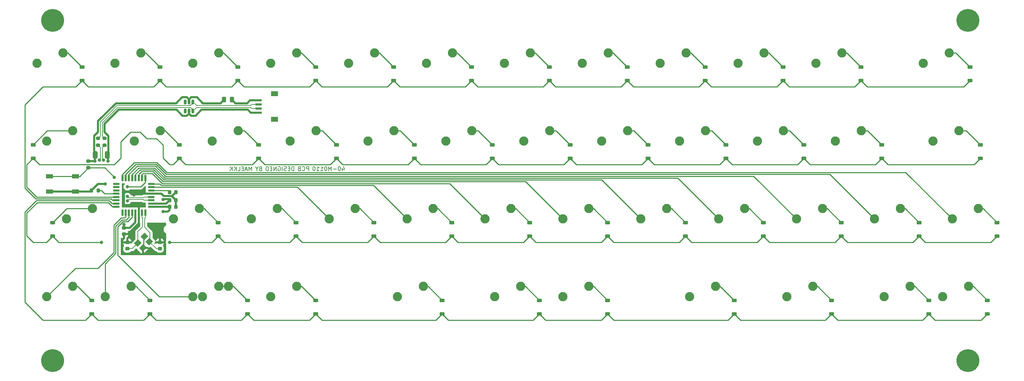
<source format=gbr>
%TF.GenerationSoftware,KiCad,Pcbnew,(7.0.0-rc2-153-g7d6218acb4)*%
%TF.CreationDate,2023-02-26T22:54:42+05:30*%
%TF.ProjectId,40-m0110,34302d6d-3031-4313-902e-6b696361645f,rev?*%
%TF.SameCoordinates,Original*%
%TF.FileFunction,Copper,L2,Bot*%
%TF.FilePolarity,Positive*%
%FSLAX46Y46*%
G04 Gerber Fmt 4.6, Leading zero omitted, Abs format (unit mm)*
G04 Created by KiCad (PCBNEW (7.0.0-rc2-153-g7d6218acb4)) date 2023-02-26 22:54:42*
%MOMM*%
%LPD*%
G01*
G04 APERTURE LIST*
G04 Aperture macros list*
%AMRoundRect*
0 Rectangle with rounded corners*
0 $1 Rounding radius*
0 $2 $3 $4 $5 $6 $7 $8 $9 X,Y pos of 4 corners*
0 Add a 4 corners polygon primitive as box body*
4,1,4,$2,$3,$4,$5,$6,$7,$8,$9,$2,$3,0*
0 Add four circle primitives for the rounded corners*
1,1,$1+$1,$2,$3*
1,1,$1+$1,$4,$5*
1,1,$1+$1,$6,$7*
1,1,$1+$1,$8,$9*
0 Add four rect primitives between the rounded corners*
20,1,$1+$1,$2,$3,$4,$5,0*
20,1,$1+$1,$4,$5,$6,$7,0*
20,1,$1+$1,$6,$7,$8,$9,0*
20,1,$1+$1,$8,$9,$2,$3,0*%
%AMRotRect*
0 Rectangle, with rotation*
0 The origin of the aperture is its center*
0 $1 length*
0 $2 width*
0 $3 Rotation angle, in degrees counterclockwise*
0 Add horizontal line*
21,1,$1,$2,0,0,$3*%
G04 Aperture macros list end*
%ADD10C,0.150000*%
%TA.AperFunction,NonConductor*%
%ADD11C,0.150000*%
%TD*%
%TA.AperFunction,ComponentPad*%
%ADD12C,2.250000*%
%TD*%
%TA.AperFunction,ComponentPad*%
%ADD13C,5.600000*%
%TD*%
%TA.AperFunction,SMDPad,CuDef*%
%ADD14RoundRect,0.225000X0.375000X-0.225000X0.375000X0.225000X-0.375000X0.225000X-0.375000X-0.225000X0*%
%TD*%
%TA.AperFunction,SMDPad,CuDef*%
%ADD15RoundRect,0.243750X0.243750X0.456250X-0.243750X0.456250X-0.243750X-0.456250X0.243750X-0.456250X0*%
%TD*%
%TA.AperFunction,SMDPad,CuDef*%
%ADD16RoundRect,0.150000X0.150000X-0.450000X0.150000X0.450000X-0.150000X0.450000X-0.150000X-0.450000X0*%
%TD*%
%TA.AperFunction,SMDPad,CuDef*%
%ADD17RoundRect,0.250000X-0.325000X-0.650000X0.325000X-0.650000X0.325000X0.650000X-0.325000X0.650000X0*%
%TD*%
%TA.AperFunction,SMDPad,CuDef*%
%ADD18R,0.550000X1.600000*%
%TD*%
%TA.AperFunction,SMDPad,CuDef*%
%ADD19R,1.600000X0.550000*%
%TD*%
%TA.AperFunction,SMDPad,CuDef*%
%ADD20RotRect,1.400000X1.200000X225.000000*%
%TD*%
%TA.AperFunction,SMDPad,CuDef*%
%ADD21RoundRect,0.200000X-0.200000X-0.275000X0.200000X-0.275000X0.200000X0.275000X-0.200000X0.275000X0*%
%TD*%
%TA.AperFunction,SMDPad,CuDef*%
%ADD22R,1.550000X0.600000*%
%TD*%
%TA.AperFunction,ComponentPad*%
%ADD23C,0.400000*%
%TD*%
%TA.AperFunction,SMDPad,CuDef*%
%ADD24R,1.800000X1.200000*%
%TD*%
%TA.AperFunction,SMDPad,CuDef*%
%ADD25RoundRect,0.225000X-0.250000X0.225000X-0.250000X-0.225000X0.250000X-0.225000X0.250000X0.225000X0*%
%TD*%
%TA.AperFunction,SMDPad,CuDef*%
%ADD26RoundRect,0.200000X-0.275000X0.200000X-0.275000X-0.200000X0.275000X-0.200000X0.275000X0.200000X0*%
%TD*%
%TA.AperFunction,SMDPad,CuDef*%
%ADD27RoundRect,0.225000X-0.225000X-0.250000X0.225000X-0.250000X0.225000X0.250000X-0.225000X0.250000X0*%
%TD*%
%TA.AperFunction,SMDPad,CuDef*%
%ADD28R,1.700000X1.000000*%
%TD*%
%TA.AperFunction,ViaPad*%
%ADD29C,0.800000*%
%TD*%
%TA.AperFunction,Conductor*%
%ADD30C,0.550000*%
%TD*%
%TA.AperFunction,Conductor*%
%ADD31C,0.250000*%
%TD*%
%TA.AperFunction,Conductor*%
%ADD32C,0.200000*%
%TD*%
G04 APERTURE END LIST*
D10*
D11*
X101818695Y-13541641D02*
X101818695Y-14208307D01*
X102056790Y-13160688D02*
X102294885Y-13874974D01*
X102294885Y-13874974D02*
X101675838Y-13874974D01*
X101104409Y-13208307D02*
X101009171Y-13208307D01*
X101009171Y-13208307D02*
X100913933Y-13255927D01*
X100913933Y-13255927D02*
X100866314Y-13303546D01*
X100866314Y-13303546D02*
X100818695Y-13398784D01*
X100818695Y-13398784D02*
X100771076Y-13589260D01*
X100771076Y-13589260D02*
X100771076Y-13827355D01*
X100771076Y-13827355D02*
X100818695Y-14017831D01*
X100818695Y-14017831D02*
X100866314Y-14113069D01*
X100866314Y-14113069D02*
X100913933Y-14160688D01*
X100913933Y-14160688D02*
X101009171Y-14208307D01*
X101009171Y-14208307D02*
X101104409Y-14208307D01*
X101104409Y-14208307D02*
X101199647Y-14160688D01*
X101199647Y-14160688D02*
X101247266Y-14113069D01*
X101247266Y-14113069D02*
X101294885Y-14017831D01*
X101294885Y-14017831D02*
X101342504Y-13827355D01*
X101342504Y-13827355D02*
X101342504Y-13589260D01*
X101342504Y-13589260D02*
X101294885Y-13398784D01*
X101294885Y-13398784D02*
X101247266Y-13303546D01*
X101247266Y-13303546D02*
X101199647Y-13255927D01*
X101199647Y-13255927D02*
X101104409Y-13208307D01*
X100342504Y-13827355D02*
X99580600Y-13827355D01*
X99104409Y-14208307D02*
X99104409Y-13208307D01*
X99104409Y-13208307D02*
X98771076Y-13922593D01*
X98771076Y-13922593D02*
X98437743Y-13208307D01*
X98437743Y-13208307D02*
X98437743Y-14208307D01*
X97771076Y-13208307D02*
X97675838Y-13208307D01*
X97675838Y-13208307D02*
X97580600Y-13255927D01*
X97580600Y-13255927D02*
X97532981Y-13303546D01*
X97532981Y-13303546D02*
X97485362Y-13398784D01*
X97485362Y-13398784D02*
X97437743Y-13589260D01*
X97437743Y-13589260D02*
X97437743Y-13827355D01*
X97437743Y-13827355D02*
X97485362Y-14017831D01*
X97485362Y-14017831D02*
X97532981Y-14113069D01*
X97532981Y-14113069D02*
X97580600Y-14160688D01*
X97580600Y-14160688D02*
X97675838Y-14208307D01*
X97675838Y-14208307D02*
X97771076Y-14208307D01*
X97771076Y-14208307D02*
X97866314Y-14160688D01*
X97866314Y-14160688D02*
X97913933Y-14113069D01*
X97913933Y-14113069D02*
X97961552Y-14017831D01*
X97961552Y-14017831D02*
X98009171Y-13827355D01*
X98009171Y-13827355D02*
X98009171Y-13589260D01*
X98009171Y-13589260D02*
X97961552Y-13398784D01*
X97961552Y-13398784D02*
X97913933Y-13303546D01*
X97913933Y-13303546D02*
X97866314Y-13255927D01*
X97866314Y-13255927D02*
X97771076Y-13208307D01*
X96485362Y-14208307D02*
X97056790Y-14208307D01*
X96771076Y-14208307D02*
X96771076Y-13208307D01*
X96771076Y-13208307D02*
X96866314Y-13351165D01*
X96866314Y-13351165D02*
X96961552Y-13446403D01*
X96961552Y-13446403D02*
X97056790Y-13494022D01*
X95532981Y-14208307D02*
X96104409Y-14208307D01*
X95818695Y-14208307D02*
X95818695Y-13208307D01*
X95818695Y-13208307D02*
X95913933Y-13351165D01*
X95913933Y-13351165D02*
X96009171Y-13446403D01*
X96009171Y-13446403D02*
X96104409Y-13494022D01*
X94913933Y-13208307D02*
X94818695Y-13208307D01*
X94818695Y-13208307D02*
X94723457Y-13255927D01*
X94723457Y-13255927D02*
X94675838Y-13303546D01*
X94675838Y-13303546D02*
X94628219Y-13398784D01*
X94628219Y-13398784D02*
X94580600Y-13589260D01*
X94580600Y-13589260D02*
X94580600Y-13827355D01*
X94580600Y-13827355D02*
X94628219Y-14017831D01*
X94628219Y-14017831D02*
X94675838Y-14113069D01*
X94675838Y-14113069D02*
X94723457Y-14160688D01*
X94723457Y-14160688D02*
X94818695Y-14208307D01*
X94818695Y-14208307D02*
X94913933Y-14208307D01*
X94913933Y-14208307D02*
X95009171Y-14160688D01*
X95009171Y-14160688D02*
X95056790Y-14113069D01*
X95056790Y-14113069D02*
X95104409Y-14017831D01*
X95104409Y-14017831D02*
X95152028Y-13827355D01*
X95152028Y-13827355D02*
X95152028Y-13589260D01*
X95152028Y-13589260D02*
X95104409Y-13398784D01*
X95104409Y-13398784D02*
X95056790Y-13303546D01*
X95056790Y-13303546D02*
X95009171Y-13255927D01*
X95009171Y-13255927D02*
X94913933Y-13208307D01*
X93552028Y-14208307D02*
X93552028Y-13208307D01*
X93552028Y-13208307D02*
X93171076Y-13208307D01*
X93171076Y-13208307D02*
X93075838Y-13255927D01*
X93075838Y-13255927D02*
X93028219Y-13303546D01*
X93028219Y-13303546D02*
X92980600Y-13398784D01*
X92980600Y-13398784D02*
X92980600Y-13541641D01*
X92980600Y-13541641D02*
X93028219Y-13636879D01*
X93028219Y-13636879D02*
X93075838Y-13684498D01*
X93075838Y-13684498D02*
X93171076Y-13732117D01*
X93171076Y-13732117D02*
X93552028Y-13732117D01*
X91980600Y-14113069D02*
X92028219Y-14160688D01*
X92028219Y-14160688D02*
X92171076Y-14208307D01*
X92171076Y-14208307D02*
X92266314Y-14208307D01*
X92266314Y-14208307D02*
X92409171Y-14160688D01*
X92409171Y-14160688D02*
X92504409Y-14065450D01*
X92504409Y-14065450D02*
X92552028Y-13970212D01*
X92552028Y-13970212D02*
X92599647Y-13779736D01*
X92599647Y-13779736D02*
X92599647Y-13636879D01*
X92599647Y-13636879D02*
X92552028Y-13446403D01*
X92552028Y-13446403D02*
X92504409Y-13351165D01*
X92504409Y-13351165D02*
X92409171Y-13255927D01*
X92409171Y-13255927D02*
X92266314Y-13208307D01*
X92266314Y-13208307D02*
X92171076Y-13208307D01*
X92171076Y-13208307D02*
X92028219Y-13255927D01*
X92028219Y-13255927D02*
X91980600Y-13303546D01*
X91218695Y-13684498D02*
X91075838Y-13732117D01*
X91075838Y-13732117D02*
X91028219Y-13779736D01*
X91028219Y-13779736D02*
X90980600Y-13874974D01*
X90980600Y-13874974D02*
X90980600Y-14017831D01*
X90980600Y-14017831D02*
X91028219Y-14113069D01*
X91028219Y-14113069D02*
X91075838Y-14160688D01*
X91075838Y-14160688D02*
X91171076Y-14208307D01*
X91171076Y-14208307D02*
X91552028Y-14208307D01*
X91552028Y-14208307D02*
X91552028Y-13208307D01*
X91552028Y-13208307D02*
X91218695Y-13208307D01*
X91218695Y-13208307D02*
X91123457Y-13255927D01*
X91123457Y-13255927D02*
X91075838Y-13303546D01*
X91075838Y-13303546D02*
X91028219Y-13398784D01*
X91028219Y-13398784D02*
X91028219Y-13494022D01*
X91028219Y-13494022D02*
X91075838Y-13589260D01*
X91075838Y-13589260D02*
X91123457Y-13636879D01*
X91123457Y-13636879D02*
X91218695Y-13684498D01*
X91218695Y-13684498D02*
X91552028Y-13684498D01*
X89952028Y-14208307D02*
X89952028Y-13208307D01*
X89952028Y-13208307D02*
X89713933Y-13208307D01*
X89713933Y-13208307D02*
X89571076Y-13255927D01*
X89571076Y-13255927D02*
X89475838Y-13351165D01*
X89475838Y-13351165D02*
X89428219Y-13446403D01*
X89428219Y-13446403D02*
X89380600Y-13636879D01*
X89380600Y-13636879D02*
X89380600Y-13779736D01*
X89380600Y-13779736D02*
X89428219Y-13970212D01*
X89428219Y-13970212D02*
X89475838Y-14065450D01*
X89475838Y-14065450D02*
X89571076Y-14160688D01*
X89571076Y-14160688D02*
X89713933Y-14208307D01*
X89713933Y-14208307D02*
X89952028Y-14208307D01*
X88952028Y-13684498D02*
X88618695Y-13684498D01*
X88475838Y-14208307D02*
X88952028Y-14208307D01*
X88952028Y-14208307D02*
X88952028Y-13208307D01*
X88952028Y-13208307D02*
X88475838Y-13208307D01*
X88094885Y-14160688D02*
X87952028Y-14208307D01*
X87952028Y-14208307D02*
X87713933Y-14208307D01*
X87713933Y-14208307D02*
X87618695Y-14160688D01*
X87618695Y-14160688D02*
X87571076Y-14113069D01*
X87571076Y-14113069D02*
X87523457Y-14017831D01*
X87523457Y-14017831D02*
X87523457Y-13922593D01*
X87523457Y-13922593D02*
X87571076Y-13827355D01*
X87571076Y-13827355D02*
X87618695Y-13779736D01*
X87618695Y-13779736D02*
X87713933Y-13732117D01*
X87713933Y-13732117D02*
X87904409Y-13684498D01*
X87904409Y-13684498D02*
X87999647Y-13636879D01*
X87999647Y-13636879D02*
X88047266Y-13589260D01*
X88047266Y-13589260D02*
X88094885Y-13494022D01*
X88094885Y-13494022D02*
X88094885Y-13398784D01*
X88094885Y-13398784D02*
X88047266Y-13303546D01*
X88047266Y-13303546D02*
X87999647Y-13255927D01*
X87999647Y-13255927D02*
X87904409Y-13208307D01*
X87904409Y-13208307D02*
X87666314Y-13208307D01*
X87666314Y-13208307D02*
X87523457Y-13255927D01*
X87094885Y-14208307D02*
X87094885Y-13208307D01*
X86094886Y-13255927D02*
X86190124Y-13208307D01*
X86190124Y-13208307D02*
X86332981Y-13208307D01*
X86332981Y-13208307D02*
X86475838Y-13255927D01*
X86475838Y-13255927D02*
X86571076Y-13351165D01*
X86571076Y-13351165D02*
X86618695Y-13446403D01*
X86618695Y-13446403D02*
X86666314Y-13636879D01*
X86666314Y-13636879D02*
X86666314Y-13779736D01*
X86666314Y-13779736D02*
X86618695Y-13970212D01*
X86618695Y-13970212D02*
X86571076Y-14065450D01*
X86571076Y-14065450D02*
X86475838Y-14160688D01*
X86475838Y-14160688D02*
X86332981Y-14208307D01*
X86332981Y-14208307D02*
X86237743Y-14208307D01*
X86237743Y-14208307D02*
X86094886Y-14160688D01*
X86094886Y-14160688D02*
X86047267Y-14113069D01*
X86047267Y-14113069D02*
X86047267Y-13779736D01*
X86047267Y-13779736D02*
X86237743Y-13779736D01*
X85618695Y-14208307D02*
X85618695Y-13208307D01*
X85618695Y-13208307D02*
X85047267Y-14208307D01*
X85047267Y-14208307D02*
X85047267Y-13208307D01*
X84571076Y-13684498D02*
X84237743Y-13684498D01*
X84094886Y-14208307D02*
X84571076Y-14208307D01*
X84571076Y-14208307D02*
X84571076Y-13208307D01*
X84571076Y-13208307D02*
X84094886Y-13208307D01*
X83666314Y-14208307D02*
X83666314Y-13208307D01*
X83666314Y-13208307D02*
X83428219Y-13208307D01*
X83428219Y-13208307D02*
X83285362Y-13255927D01*
X83285362Y-13255927D02*
X83190124Y-13351165D01*
X83190124Y-13351165D02*
X83142505Y-13446403D01*
X83142505Y-13446403D02*
X83094886Y-13636879D01*
X83094886Y-13636879D02*
X83094886Y-13779736D01*
X83094886Y-13779736D02*
X83142505Y-13970212D01*
X83142505Y-13970212D02*
X83190124Y-14065450D01*
X83190124Y-14065450D02*
X83285362Y-14160688D01*
X83285362Y-14160688D02*
X83428219Y-14208307D01*
X83428219Y-14208307D02*
X83666314Y-14208307D01*
X81732981Y-13684498D02*
X81590124Y-13732117D01*
X81590124Y-13732117D02*
X81542505Y-13779736D01*
X81542505Y-13779736D02*
X81494886Y-13874974D01*
X81494886Y-13874974D02*
X81494886Y-14017831D01*
X81494886Y-14017831D02*
X81542505Y-14113069D01*
X81542505Y-14113069D02*
X81590124Y-14160688D01*
X81590124Y-14160688D02*
X81685362Y-14208307D01*
X81685362Y-14208307D02*
X82066314Y-14208307D01*
X82066314Y-14208307D02*
X82066314Y-13208307D01*
X82066314Y-13208307D02*
X81732981Y-13208307D01*
X81732981Y-13208307D02*
X81637743Y-13255927D01*
X81637743Y-13255927D02*
X81590124Y-13303546D01*
X81590124Y-13303546D02*
X81542505Y-13398784D01*
X81542505Y-13398784D02*
X81542505Y-13494022D01*
X81542505Y-13494022D02*
X81590124Y-13589260D01*
X81590124Y-13589260D02*
X81637743Y-13636879D01*
X81637743Y-13636879D02*
X81732981Y-13684498D01*
X81732981Y-13684498D02*
X82066314Y-13684498D01*
X80875838Y-13732117D02*
X80875838Y-14208307D01*
X81209171Y-13208307D02*
X80875838Y-13732117D01*
X80875838Y-13732117D02*
X80542505Y-13208307D01*
X79609171Y-14208307D02*
X79609171Y-13208307D01*
X79609171Y-13208307D02*
X79275838Y-13922593D01*
X79275838Y-13922593D02*
X78942505Y-13208307D01*
X78942505Y-13208307D02*
X78942505Y-14208307D01*
X78513933Y-13922593D02*
X78037743Y-13922593D01*
X78609171Y-14208307D02*
X78275838Y-13208307D01*
X78275838Y-13208307D02*
X77942505Y-14208307D01*
X77609171Y-13684498D02*
X77275838Y-13684498D01*
X77132981Y-14208307D02*
X77609171Y-14208307D01*
X77609171Y-14208307D02*
X77609171Y-13208307D01*
X77609171Y-13208307D02*
X77132981Y-13208307D01*
X76228219Y-14208307D02*
X76704409Y-14208307D01*
X76704409Y-14208307D02*
X76704409Y-13208307D01*
X75894885Y-14208307D02*
X75894885Y-13208307D01*
X75323457Y-14208307D02*
X75752028Y-13636879D01*
X75323457Y-13208307D02*
X75894885Y-13779736D01*
X74894885Y-14208307D02*
X74894885Y-13208307D01*
X74323457Y-14208307D02*
X74752028Y-13636879D01*
X74323457Y-13208307D02*
X74894885Y-13779736D01*
D12*
%TO.P,MX21,1,COL*%
%TO.N,COL8*%
X184308750Y-6985000D03*
%TO.P,MX21,2,ROW*%
%TO.N,Net-(D21-A)*%
X190658750Y-4445000D03*
%TD*%
%TO.P,MX7,1,COL*%
%TO.N,COL6*%
X141446250Y12065000D03*
%TO.P,MX7,2,ROW*%
%TO.N,Net-(D7-A)*%
X147796250Y14605000D03*
%TD*%
%TO.P,MX24,1,COL*%
%TO.N,COL11*%
X246221250Y-6985000D03*
%TO.P,MX24,2,ROW*%
%TO.N,Net-(D24-A)*%
X252571250Y-4445000D03*
%TD*%
%TO.P,MX11,1,COL*%
%TO.N,COL10*%
X217646250Y12065000D03*
%TO.P,MX11,2,ROW*%
%TO.N,Net-(D11-A)*%
X223996250Y14605000D03*
%TD*%
%TO.P,MX20,1,COL*%
%TO.N,COL7*%
X165258750Y-6985000D03*
%TO.P,MX20,2,ROW*%
%TO.N,Net-(D20-A)*%
X171608750Y-4445000D03*
%TD*%
%TO.P,MX22,1,COL*%
%TO.N,COL9*%
X203358750Y-6985000D03*
%TO.P,MX22,2,ROW*%
%TO.N,Net-(D22-A)*%
X209708750Y-4445000D03*
%TD*%
%TO.P,MX15,1,COL*%
%TO.N,COL2*%
X70008750Y-6985000D03*
%TO.P,MX15,2,ROW*%
%TO.N,Net-(D15-A)*%
X76358750Y-4445000D03*
%TD*%
%TO.P,MX23,1,COL*%
%TO.N,COL10*%
X222408750Y-6985000D03*
%TO.P,MX23,2,ROW*%
%TO.N,Net-(D23-A)*%
X228758750Y-4445000D03*
%TD*%
%TO.P,MX26,1,COL*%
%TO.N,COL0*%
X29527500Y-45085000D03*
%TO.P,MX26,2,ROW*%
%TO.N,Net-(D26-A)*%
X35877500Y-42545000D03*
%TD*%
%TO.P,MX41,1,COL*%
%TO.N,COL8*%
X193833750Y-26035000D03*
%TO.P,MX41,2,ROW*%
%TO.N,Net-(D41-A)*%
X200183750Y-23495000D03*
%TD*%
%TO.P,MX18,1,COL*%
%TO.N,COL5*%
X127158750Y-6985000D03*
%TO.P,MX18,2,ROW*%
%TO.N,Net-(D18-A)*%
X133508750Y-4445000D03*
%TD*%
%TO.P,MX25,1,COL*%
%TO.N,COL0*%
X34290000Y-26035000D03*
%TO.P,MX25,2,ROW*%
%TO.N,Net-(D25-A)*%
X40640000Y-23495000D03*
%TD*%
%TO.P,MX46,1,COL*%
%TO.N,COL10*%
X234315000Y-45085000D03*
%TO.P,MX46,2,ROW*%
%TO.N,Net-(D46-A)*%
X240665000Y-42545000D03*
%TD*%
%TO.P,MX43,1,COL*%
%TO.N,COL9*%
X212883750Y-26035000D03*
%TO.P,MX43,2,ROW*%
%TO.N,Net-(D43-A)*%
X219233750Y-23495000D03*
%TD*%
%TO.P,MX8,1,COL*%
%TO.N,COL7*%
X160496250Y12065000D03*
%TO.P,MX8,2,ROW*%
%TO.N,Net-(D8-A)*%
X166846250Y14605000D03*
%TD*%
%TO.P,MX17,1,COL*%
%TO.N,COL4*%
X108108750Y-6985000D03*
%TO.P,MX17,2,ROW*%
%TO.N,Net-(D17-A)*%
X114458750Y-4445000D03*
%TD*%
%TO.P,MX12,1,COL*%
%TO.N,COL11*%
X243840000Y12065000D03*
%TO.P,MX12,2,ROW*%
%TO.N,Net-(D12-A)*%
X250190000Y14605000D03*
%TD*%
%TO.P,MX49,1,COL*%
%TO.N,COL2*%
X67627500Y-45085000D03*
%TO.P,MX49,2,ROW*%
%TO.N,Net-(D30-A)*%
X73977500Y-42545000D03*
%TD*%
%TO.P,MX29,1,COL*%
%TO.N,COL2*%
X79533750Y-26035000D03*
%TO.P,MX29,2,ROW*%
%TO.N,Net-(D29-A)*%
X85883750Y-23495000D03*
%TD*%
%TO.P,MX9,1,COL*%
%TO.N,COL8*%
X179546250Y12065000D03*
%TO.P,MX9,2,ROW*%
%TO.N,Net-(D9-A)*%
X185896250Y14605000D03*
%TD*%
%TO.P,MX47,1,COL*%
%TO.N,COL11*%
X250983750Y-26035000D03*
%TO.P,MX47,2,ROW*%
%TO.N,Net-(D47-A)*%
X257333750Y-23495000D03*
%TD*%
%TO.P,MX35,1,COL*%
%TO.N,COL5*%
X136683750Y-26035000D03*
%TO.P,MX35,2,ROW*%
%TO.N,Net-(D35-A)*%
X143033750Y-23495000D03*
%TD*%
%TO.P,MX28,1,COL*%
%TO.N,COL1*%
X43815000Y-45085000D03*
%TO.P,MX28,2,ROW*%
%TO.N,Net-(D28-A)*%
X50165000Y-42545000D03*
%TD*%
%TO.P,MX34,1,COL*%
%TO.N,COL4*%
X115252500Y-45085000D03*
%TO.P,MX34,2,ROW*%
%TO.N,Net-(D34-A)*%
X121602500Y-42545000D03*
%TD*%
D13*
%TO.P,H2,1*%
%TO.N,N/C*%
X254793750Y22600000D03*
%TD*%
D12*
%TO.P,MX27,1,COL*%
%TO.N,COL1*%
X60483750Y-26035000D03*
%TO.P,MX27,2,ROW*%
%TO.N,Net-(D27-A)*%
X66833750Y-23495000D03*
%TD*%
D13*
%TO.P,H4,1*%
%TO.N,N/C*%
X254793750Y-60700000D03*
%TD*%
D12*
%TO.P,MX2,1,COL*%
%TO.N,COL1*%
X46196250Y12065000D03*
%TO.P,MX2,2,ROW*%
%TO.N,Net-(D2-A)*%
X52546250Y14605000D03*
%TD*%
%TO.P,MX45,1,COL*%
%TO.N,COL10*%
X231933750Y-26035000D03*
%TO.P,MX45,2,ROW*%
%TO.N,Net-(D45-A)*%
X238283750Y-23495000D03*
%TD*%
%TO.P,MX6,1,COL*%
%TO.N,COL5*%
X122396250Y12065000D03*
%TO.P,MX6,2,ROW*%
%TO.N,Net-(D6-A)*%
X128746250Y14605000D03*
%TD*%
%TO.P,MX42,1,COL*%
%TO.N,COL8*%
X186690000Y-45085000D03*
%TO.P,MX42,2,ROW*%
%TO.N,Net-(D42-A)*%
X193040000Y-42545000D03*
%TD*%
%TO.P,MX38,1,COL*%
%TO.N,COL6*%
X155733750Y-45085000D03*
%TO.P,MX38,2,ROW*%
%TO.N,Net-(D38-A)*%
X162083750Y-42545000D03*
%TD*%
%TO.P,MX14,1,COL*%
%TO.N,COL1*%
X50958750Y-6985000D03*
%TO.P,MX14,2,ROW*%
%TO.N,Net-(D14-A)*%
X57308750Y-4445000D03*
%TD*%
%TO.P,MX44,1,COL*%
%TO.N,COL9*%
X210502500Y-45085000D03*
%TO.P,MX44,2,ROW*%
%TO.N,Net-(D44-A)*%
X216852500Y-42545000D03*
%TD*%
%TO.P,MX36,1,COL*%
%TO.N,COL5*%
X139065000Y-45085000D03*
%TO.P,MX36,2,ROW*%
%TO.N,Net-(D36-A)*%
X145415000Y-42545000D03*
%TD*%
%TO.P,MX5,1,COL*%
%TO.N,COL4*%
X103346250Y12065000D03*
%TO.P,MX5,2,ROW*%
%TO.N,Net-(D5-A)*%
X109696250Y14605000D03*
%TD*%
%TO.P,MX3,1,COL*%
%TO.N,COL2*%
X65246250Y12065000D03*
%TO.P,MX3,2,ROW*%
%TO.N,Net-(D3-A)*%
X71596250Y14605000D03*
%TD*%
D13*
%TO.P,H3,1*%
%TO.N,N/C*%
X30956250Y-60700000D03*
%TD*%
D12*
%TO.P,MX13,1,COL*%
%TO.N,COL0*%
X29527500Y-6985000D03*
%TO.P,MX13,2,ROW*%
%TO.N,Net-(D13-A)*%
X35877500Y-4445000D03*
%TD*%
%TO.P,MX1,1,COL*%
%TO.N,COL0*%
X27146250Y12065000D03*
%TO.P,MX1,2,ROW*%
%TO.N,Net-(D1-A)*%
X33496250Y14605000D03*
%TD*%
%TO.P,MX31,1,COL*%
%TO.N,COL3*%
X98583750Y-26035000D03*
%TO.P,MX31,2,ROW*%
%TO.N,Net-(D31-A)*%
X104933750Y-23495000D03*
%TD*%
%TO.P,MX33,1,COL*%
%TO.N,COL4*%
X117633750Y-26035000D03*
%TO.P,MX33,2,ROW*%
%TO.N,Net-(D33-A)*%
X123983750Y-23495000D03*
%TD*%
%TO.P,MX32,1,COL*%
%TO.N,COL3*%
X84296250Y-45085000D03*
%TO.P,MX32,2,ROW*%
%TO.N,Net-(D32-A)*%
X90646250Y-42545000D03*
%TD*%
%TO.P,MX10,1,COL*%
%TO.N,COL9*%
X198596250Y12065000D03*
%TO.P,MX10,2,ROW*%
%TO.N,Net-(D10-A)*%
X204946250Y14605000D03*
%TD*%
%TO.P,MX48,1,COL*%
%TO.N,COL11*%
X248602500Y-45085000D03*
%TO.P,MX48,2,ROW*%
%TO.N,Net-(D48-A)*%
X254952500Y-42545000D03*
%TD*%
D13*
%TO.P,H1,1*%
%TO.N,N/C*%
X30956250Y22600000D03*
%TD*%
D12*
%TO.P,MX30,1,COL*%
%TO.N,COL2*%
X65246250Y-45085000D03*
%TO.P,MX30,2,ROW*%
%TO.N,Net-(D30-A)*%
X71596250Y-42545000D03*
%TD*%
%TO.P,MX37,1,COL*%
%TO.N,COL6*%
X155733750Y-26035000D03*
%TO.P,MX37,2,ROW*%
%TO.N,Net-(D37-A)*%
X162083750Y-23495000D03*
%TD*%
%TO.P,MX39,1,COL*%
%TO.N,COL7*%
X174783750Y-26035000D03*
%TO.P,MX39,2,ROW*%
%TO.N,Net-(D39-A)*%
X181133750Y-23495000D03*
%TD*%
%TO.P,MX16,1,COL*%
%TO.N,COL3*%
X89058750Y-6985000D03*
%TO.P,MX16,2,ROW*%
%TO.N,Net-(D16-A)*%
X95408750Y-4445000D03*
%TD*%
%TO.P,MX19,1,COL*%
%TO.N,COL6*%
X146208750Y-6985000D03*
%TO.P,MX19,2,ROW*%
%TO.N,Net-(D19-A)*%
X152558750Y-4445000D03*
%TD*%
%TO.P,MX4,1,COL*%
%TO.N,COL3*%
X84296250Y12065000D03*
%TO.P,MX4,2,ROW*%
%TO.N,Net-(D4-A)*%
X90646250Y14605000D03*
%TD*%
D14*
%TO.P,D26,1,K*%
%TO.N,ROW3*%
X40481250Y-49275000D03*
%TO.P,D26,2,A*%
%TO.N,Net-(D26-A)*%
X40481250Y-45975000D03*
%TD*%
%TO.P,D46,1,K*%
%TO.N,ROW3*%
X245268750Y-49275000D03*
%TO.P,D46,2,A*%
%TO.N,Net-(D46-A)*%
X245268750Y-45975000D03*
%TD*%
%TO.P,D2,1,K*%
%TO.N,ROW0*%
X57150000Y7875000D03*
%TO.P,D2,2,A*%
%TO.N,Net-(D2-A)*%
X57150000Y11175000D03*
%TD*%
%TO.P,D12,1,K*%
%TO.N,ROW0*%
X255270000Y7875000D03*
%TO.P,D12,2,A*%
%TO.N,Net-(D12-A)*%
X255270000Y11175000D03*
%TD*%
%TO.P,D33,1,K*%
%TO.N,ROW2*%
X128587500Y-30225000D03*
%TO.P,D33,2,A*%
%TO.N,Net-(D33-A)*%
X128587500Y-26925000D03*
%TD*%
%TO.P,D25,1,K*%
%TO.N,ROW2*%
X30956250Y-30225000D03*
%TO.P,D25,2,A*%
%TO.N,Net-(D25-A)*%
X30956250Y-26925000D03*
%TD*%
%TO.P,D15,1,K*%
%TO.N,ROW1*%
X81280000Y-11175000D03*
%TO.P,D15,2,A*%
%TO.N,Net-(D15-A)*%
X81280000Y-7875000D03*
%TD*%
D15*
%TO.P,F1,1*%
%TO.N,VBUS*%
X74756250Y3175000D03*
%TO.P,F1,2*%
%TO.N,+5V*%
X72881250Y3175000D03*
%TD*%
D14*
%TO.P,D18,1,K*%
%TO.N,ROW1*%
X138430000Y-11175000D03*
%TO.P,D18,2,A*%
%TO.N,Net-(D18-A)*%
X138430000Y-7875000D03*
%TD*%
%TO.P,D24,1,K*%
%TO.N,ROW1*%
X257810000Y-11175000D03*
%TO.P,D24,2,A*%
%TO.N,Net-(D24-A)*%
X257810000Y-7875000D03*
%TD*%
%TO.P,D10,1,K*%
%TO.N,ROW0*%
X209550000Y7875000D03*
%TO.P,D10,2,A*%
%TO.N,Net-(D10-A)*%
X209550000Y11175000D03*
%TD*%
%TO.P,D39,1,K*%
%TO.N,ROW2*%
X185737500Y-30225000D03*
%TO.P,D39,2,A*%
%TO.N,Net-(D39-A)*%
X185737500Y-26925000D03*
%TD*%
%TO.P,D42,1,K*%
%TO.N,ROW3*%
X197643750Y-49275000D03*
%TO.P,D42,2,A*%
%TO.N,Net-(D42-A)*%
X197643750Y-45975000D03*
%TD*%
%TO.P,D37,1,K*%
%TO.N,ROW2*%
X166687500Y-30225000D03*
%TO.P,D37,2,A*%
%TO.N,Net-(D37-A)*%
X166687500Y-26925000D03*
%TD*%
D16*
%TO.P,U2,1,IO1*%
%TO.N,USB_D+*%
X65243750Y362500D03*
%TO.P,U2,2,VN*%
%TO.N,GND*%
X64293750Y362500D03*
%TO.P,U2,3,IO2*%
%TO.N,unconnected-(U2-IO2-Pad3)*%
X63343750Y362500D03*
%TO.P,U2,4,IO3*%
%TO.N,unconnected-(U2-IO3-Pad4)*%
X63343750Y2637500D03*
%TO.P,U2,5,VP*%
%TO.N,+5V*%
X64293750Y2637500D03*
%TO.P,U2,6,IO4*%
%TO.N,USB_D-*%
X65243750Y2637500D03*
%TD*%
D14*
%TO.P,D48,1,K*%
%TO.N,ROW3*%
X259556250Y-49275000D03*
%TO.P,D48,2,A*%
%TO.N,Net-(D48-A)*%
X259556250Y-45975000D03*
%TD*%
D17*
%TO.P,C5,1*%
%TO.N,+5V*%
X41387500Y-10318750D03*
%TO.P,C5,2*%
%TO.N,GND*%
X44337500Y-10318750D03*
%TD*%
D18*
%TO.P,U1,1,XTAL1*%
%TO.N,XTAL+*%
X53599999Y-24512499D03*
%TO.P,U1,2,PC0/XTAL2*%
%TO.N,XTAL-*%
X52799999Y-24512499D03*
%TO.P,U1,3,GND*%
%TO.N,GND*%
X51999999Y-24512499D03*
%TO.P,U1,4,VCC*%
%TO.N,+5V*%
X51199999Y-24512499D03*
%TO.P,U1,5,PC2*%
%TO.N,COL2*%
X50399999Y-24512499D03*
%TO.P,U1,6,PD0*%
%TO.N,COL1*%
X49599999Y-24512499D03*
%TO.P,U1,7,PD1*%
%TO.N,COL0*%
X48799999Y-24512499D03*
%TO.P,U1,8,PD2*%
%TO.N,unconnected-(U1-PD2-Pad8)*%
X47999999Y-24512499D03*
D19*
%TO.P,U1,9,PD3*%
%TO.N,ROW2*%
X46549999Y-23062499D03*
%TO.P,U1,10,PD4*%
%TO.N,ROW3*%
X46549999Y-22262499D03*
%TO.P,U1,11,PD5*%
%TO.N,ROW0*%
X46549999Y-21462499D03*
%TO.P,U1,12,PD6*%
%TO.N,ROW1*%
X46549999Y-20662499D03*
%TO.P,U1,13,~{HWB}/PD7*%
%TO.N,Net-(U1-~{HWB}{slash}PD7)*%
X46549999Y-19862499D03*
%TO.P,U1,14,PB0*%
%TO.N,unconnected-(U1-PB0-Pad14)*%
X46549999Y-19062499D03*
%TO.P,U1,15,PB1*%
%TO.N,unconnected-(U1-PB1-Pad15)*%
X46549999Y-18262499D03*
%TO.P,U1,16,PB2*%
%TO.N,unconnected-(U1-PB2-Pad16)*%
X46549999Y-17462499D03*
D18*
%TO.P,U1,17,PB3*%
%TO.N,COL11*%
X47999999Y-16012499D03*
%TO.P,U1,18,PB4*%
%TO.N,COL10*%
X48799999Y-16012499D03*
%TO.P,U1,19,PB5*%
%TO.N,COL9*%
X49599999Y-16012499D03*
%TO.P,U1,20,PB6*%
%TO.N,COL8*%
X50399999Y-16012499D03*
%TO.P,U1,21,PB7*%
%TO.N,COL7*%
X51199999Y-16012499D03*
%TO.P,U1,22,PC7*%
%TO.N,COL6*%
X51999999Y-16012499D03*
%TO.P,U1,23,PC6*%
%TO.N,COL5*%
X52799999Y-16012499D03*
%TO.P,U1,24,PC1/~{RESET}*%
%TO.N,Net-(U1-PC1{slash}~{RESET})*%
X53599999Y-16012499D03*
D19*
%TO.P,U1,25,PC5*%
%TO.N,COL4*%
X55049999Y-17462499D03*
%TO.P,U1,26,PC4*%
%TO.N,COL3*%
X55049999Y-18262499D03*
%TO.P,U1,27,UCAP*%
%TO.N,Net-(U1-UCAP)*%
X55049999Y-19062499D03*
%TO.P,U1,28,UGND*%
%TO.N,GND*%
X55049999Y-19862499D03*
%TO.P,U1,29,D+*%
%TO.N,/D+*%
X55049999Y-20662499D03*
%TO.P,U1,30,D-*%
%TO.N,/D-*%
X55049999Y-21462499D03*
%TO.P,U1,31,UVCC*%
%TO.N,+5V*%
X55049999Y-22262499D03*
%TO.P,U1,32,AVCC*%
X55049999Y-23062499D03*
%TD*%
D20*
%TO.P,Y1,1,1*%
%TO.N,XTAL+*%
X54560107Y-31573222D03*
%TO.P,Y1,2,2*%
%TO.N,GND*%
X53004472Y-33128857D03*
%TO.P,Y1,3,3*%
%TO.N,XTAL-*%
X51802391Y-31926776D03*
%TO.P,Y1,4,4*%
%TO.N,GND*%
X53358026Y-30371141D03*
%TD*%
D14*
%TO.P,D21,1,K*%
%TO.N,ROW1*%
X195580000Y-11175000D03*
%TO.P,D21,2,A*%
%TO.N,Net-(D21-A)*%
X195580000Y-7875000D03*
%TD*%
%TO.P,D30,1,K*%
%TO.N,ROW3*%
X78581250Y-49275000D03*
%TO.P,D30,2,A*%
%TO.N,Net-(D30-A)*%
X78581250Y-45975000D03*
%TD*%
%TO.P,D14,1,K*%
%TO.N,ROW1*%
X61912500Y-11175000D03*
%TO.P,D14,2,A*%
%TO.N,Net-(D14-A)*%
X61912500Y-7875000D03*
%TD*%
%TO.P,D1,1,K*%
%TO.N,ROW0*%
X38100000Y7875000D03*
%TO.P,D1,2,A*%
%TO.N,Net-(D1-A)*%
X38100000Y11175000D03*
%TD*%
%TO.P,D34,1,K*%
%TO.N,ROW3*%
X126206250Y-49275000D03*
%TO.P,D34,2,A*%
%TO.N,Net-(D34-A)*%
X126206250Y-45975000D03*
%TD*%
D21*
%TO.P,R2,1*%
%TO.N,GND*%
X40450000Y-19050000D03*
%TO.P,R2,2*%
%TO.N,Net-(U1-~{HWB}{slash}PD7)*%
X42100000Y-19050000D03*
%TD*%
D14*
%TO.P,D47,1,K*%
%TO.N,ROW2*%
X261937500Y-30225000D03*
%TO.P,D47,2,A*%
%TO.N,Net-(D47-A)*%
X261937500Y-26925000D03*
%TD*%
%TO.P,D22,1,K*%
%TO.N,ROW1*%
X214630000Y-11175000D03*
%TO.P,D22,2,A*%
%TO.N,Net-(D22-A)*%
X214630000Y-7875000D03*
%TD*%
%TO.P,D35,1,K*%
%TO.N,ROW2*%
X147637500Y-30225000D03*
%TO.P,D35,2,A*%
%TO.N,Net-(D35-A)*%
X147637500Y-26925000D03*
%TD*%
%TO.P,D36,1,K*%
%TO.N,ROW3*%
X150018750Y-49275000D03*
%TO.P,D36,2,A*%
%TO.N,Net-(D36-A)*%
X150018750Y-45975000D03*
%TD*%
D22*
%TO.P,J1,1,Pin_1*%
%TO.N,VBUS*%
X81318749Y2999999D03*
%TO.P,J1,2,Pin_2*%
%TO.N,USB_D-*%
X81318749Y1999999D03*
%TO.P,J1,3,Pin_3*%
%TO.N,USB_D+*%
X81318749Y999999D03*
%TO.P,J1,4,Pin_4*%
%TO.N,GND*%
X81318749Y0D03*
D23*
%TO.P,J1,MP*%
%TO.N,N/C*%
X85893750Y5000000D03*
X84493750Y5000000D03*
X85193750Y4950000D03*
D24*
X85193749Y4599999D03*
D23*
X85193750Y4250000D03*
X85893750Y4200000D03*
X84493750Y4200000D03*
X85893750Y-1200000D03*
X84493750Y-1200000D03*
X85193750Y-1250000D03*
D24*
X85193749Y-1599999D03*
D23*
X85193750Y-1950000D03*
X85893750Y-2000000D03*
X84493750Y-2000000D03*
%TD*%
D25*
%TO.P,C6,1*%
%TO.N,GND*%
X57150000Y-31768750D03*
%TO.P,C6,2*%
%TO.N,XTAL+*%
X57150000Y-33318750D03*
%TD*%
D14*
%TO.P,D43,1,K*%
%TO.N,ROW2*%
X223837500Y-30225000D03*
%TO.P,D43,2,A*%
%TO.N,Net-(D43-A)*%
X223837500Y-26925000D03*
%TD*%
%TO.P,D13,1,K*%
%TO.N,ROW1*%
X26193750Y-11175000D03*
%TO.P,D13,2,A*%
%TO.N,Net-(D13-A)*%
X26193750Y-7875000D03*
%TD*%
D26*
%TO.P,R4,1*%
%TO.N,USB_D-*%
X42068750Y-6318750D03*
%TO.P,R4,2*%
%TO.N,/D-*%
X42068750Y-7968750D03*
%TD*%
D27*
%TO.P,C1,1*%
%TO.N,Net-(U1-UCAP)*%
X59550000Y-19468750D03*
%TO.P,C1,2*%
%TO.N,GND*%
X61100000Y-19468750D03*
%TD*%
D14*
%TO.P,D23,1,K*%
%TO.N,ROW1*%
X233680000Y-11175000D03*
%TO.P,D23,2,A*%
%TO.N,Net-(D23-A)*%
X233680000Y-7875000D03*
%TD*%
D27*
%TO.P,C3,1*%
%TO.N,+5V*%
X59550000Y-21431250D03*
%TO.P,C3,2*%
%TO.N,GND*%
X61100000Y-21431250D03*
%TD*%
D14*
%TO.P,D31,1,K*%
%TO.N,ROW2*%
X109537500Y-30225000D03*
%TO.P,D31,2,A*%
%TO.N,Net-(D31-A)*%
X109537500Y-26925000D03*
%TD*%
%TO.P,D19,1,K*%
%TO.N,ROW1*%
X157480000Y-11175000D03*
%TO.P,D19,2,A*%
%TO.N,Net-(D19-A)*%
X157480000Y-7875000D03*
%TD*%
%TO.P,D9,1,K*%
%TO.N,ROW0*%
X190500000Y7875000D03*
%TO.P,D9,2,A*%
%TO.N,Net-(D9-A)*%
X190500000Y11175000D03*
%TD*%
%TO.P,D17,1,K*%
%TO.N,ROW1*%
X119380000Y-11175000D03*
%TO.P,D17,2,A*%
%TO.N,Net-(D17-A)*%
X119380000Y-7875000D03*
%TD*%
%TO.P,D29,1,K*%
%TO.N,ROW2*%
X90487500Y-30225000D03*
%TO.P,D29,2,A*%
%TO.N,Net-(D29-A)*%
X90487500Y-26925000D03*
%TD*%
D28*
%TO.P,SW1,1,1*%
%TO.N,GND*%
X30187499Y-19362499D03*
X36487499Y-19362499D03*
%TO.P,SW1,2,2*%
%TO.N,Net-(U1-PC1{slash}~{RESET})*%
X30187499Y-15562499D03*
X36487499Y-15562499D03*
%TD*%
D14*
%TO.P,D27,1,K*%
%TO.N,ROW2*%
X71437500Y-30225000D03*
%TO.P,D27,2,A*%
%TO.N,Net-(D27-A)*%
X71437500Y-26925000D03*
%TD*%
%TO.P,D45,1,K*%
%TO.N,ROW2*%
X242887500Y-30225000D03*
%TO.P,D45,2,A*%
%TO.N,Net-(D45-A)*%
X242887500Y-26925000D03*
%TD*%
D26*
%TO.P,R1,1*%
%TO.N,+5V*%
X39687500Y-11875000D03*
%TO.P,R1,2*%
%TO.N,Net-(U1-PC1{slash}~{RESET})*%
X39687500Y-13525000D03*
%TD*%
D14*
%TO.P,D7,1,K*%
%TO.N,ROW0*%
X152400000Y7875000D03*
%TO.P,D7,2,A*%
%TO.N,Net-(D7-A)*%
X152400000Y11175000D03*
%TD*%
%TO.P,D11,1,K*%
%TO.N,ROW0*%
X228600000Y7875000D03*
%TO.P,D11,2,A*%
%TO.N,Net-(D11-A)*%
X228600000Y11175000D03*
%TD*%
%TO.P,D44,1,K*%
%TO.N,ROW3*%
X221456250Y-49275000D03*
%TO.P,D44,2,A*%
%TO.N,Net-(D44-A)*%
X221456250Y-45975000D03*
%TD*%
D27*
%TO.P,C4,1*%
%TO.N,+5V*%
X59550000Y-23018750D03*
%TO.P,C4,2*%
%TO.N,GND*%
X61100000Y-23018750D03*
%TD*%
D14*
%TO.P,D5,1,K*%
%TO.N,ROW0*%
X114300000Y7875000D03*
%TO.P,D5,2,A*%
%TO.N,Net-(D5-A)*%
X114300000Y11175000D03*
%TD*%
%TO.P,D3,1,K*%
%TO.N,ROW0*%
X76200000Y7875000D03*
%TO.P,D3,2,A*%
%TO.N,Net-(D3-A)*%
X76200000Y11175000D03*
%TD*%
%TO.P,D28,1,K*%
%TO.N,ROW3*%
X54768750Y-49275000D03*
%TO.P,D28,2,A*%
%TO.N,Net-(D28-A)*%
X54768750Y-45975000D03*
%TD*%
%TO.P,D32,1,K*%
%TO.N,ROW3*%
X95250000Y-49275000D03*
%TO.P,D32,2,A*%
%TO.N,Net-(D32-A)*%
X95250000Y-45975000D03*
%TD*%
%TO.P,D6,1,K*%
%TO.N,ROW0*%
X133350000Y7875000D03*
%TO.P,D6,2,A*%
%TO.N,Net-(D6-A)*%
X133350000Y11175000D03*
%TD*%
%TO.P,D20,1,K*%
%TO.N,ROW1*%
X176530000Y-11175000D03*
%TO.P,D20,2,A*%
%TO.N,Net-(D20-A)*%
X176530000Y-7875000D03*
%TD*%
%TO.P,D16,1,K*%
%TO.N,ROW1*%
X100330000Y-11175000D03*
%TO.P,D16,2,A*%
%TO.N,Net-(D16-A)*%
X100330000Y-7875000D03*
%TD*%
%TO.P,D41,1,K*%
%TO.N,ROW2*%
X204787500Y-30225000D03*
%TO.P,D41,2,A*%
%TO.N,Net-(D41-A)*%
X204787500Y-26925000D03*
%TD*%
%TO.P,D8,1,K*%
%TO.N,ROW0*%
X171450000Y7875000D03*
%TO.P,D8,2,A*%
%TO.N,Net-(D8-A)*%
X171450000Y11175000D03*
%TD*%
D25*
%TO.P,C2,1*%
%TO.N,+5V*%
X48418750Y-28218750D03*
%TO.P,C2,2*%
%TO.N,GND*%
X48418750Y-29768750D03*
%TD*%
%TO.P,C7,1*%
%TO.N,GND*%
X49212500Y-31768750D03*
%TO.P,C7,2*%
%TO.N,XTAL-*%
X49212500Y-33318750D03*
%TD*%
D14*
%TO.P,D38,1,K*%
%TO.N,ROW3*%
X166687500Y-49275000D03*
%TO.P,D38,2,A*%
%TO.N,Net-(D38-A)*%
X166687500Y-45975000D03*
%TD*%
D26*
%TO.P,R3,1*%
%TO.N,USB_D+*%
X43656250Y-6318750D03*
%TO.P,R3,2*%
%TO.N,/D+*%
X43656250Y-7968750D03*
%TD*%
D14*
%TO.P,D4,1,K*%
%TO.N,ROW0*%
X95250000Y7875000D03*
%TO.P,D4,2,A*%
%TO.N,Net-(D4-A)*%
X95250000Y11175000D03*
%TD*%
D29*
%TO.N,GND*%
X43787000Y-17462500D03*
X50800000Y-20131749D03*
X44450000Y-11906250D03*
%TO.N,+5V*%
X41275000Y-11906250D03*
X57943750Y-21293250D03*
X48418750Y-27406250D03*
X57943750Y-24231250D03*
%TO.N,ROW2*%
X59531250Y-31750000D03*
X42862500Y-31750000D03*
%TO.N,Net-(U1-PC1{slash}~{RESET})*%
X46037500Y-15875000D03*
X49212500Y-18175500D03*
%TO.N,/D+*%
X43387500Y-11650000D03*
X49212500Y-20531250D03*
%TO.N,/D-*%
X42337500Y-11650000D03*
X49212500Y-21581250D03*
%TD*%
D30*
%TO.N,GND*%
X58100000Y-20418750D02*
X60150000Y-20418750D01*
X43662501Y-4762500D02*
X43662501Y-2712621D01*
X44606250Y-5706249D02*
X44606250Y-10050000D01*
X79375000Y0D02*
X78675000Y700000D01*
X51069249Y-19862500D02*
X55050000Y-19862500D01*
X78675000Y700000D02*
X67375000Y700000D01*
X52000000Y-24512500D02*
X52000000Y-27124080D01*
X61212500Y700000D02*
X62706250Y-793750D01*
X48418750Y-22643750D02*
X48337500Y-22562500D01*
X40450000Y-19050000D02*
X40137500Y-19362500D01*
X44450000Y-10431250D02*
X44337500Y-10318750D01*
X60150000Y-20418750D02*
X60150000Y-20481250D01*
X43662501Y-2712621D02*
X47075122Y700000D01*
X55050000Y-19862500D02*
X57543750Y-19862500D01*
X44606250Y-10050000D02*
X44337500Y-10318750D01*
D31*
X53358027Y-30371142D02*
X53181250Y-30547919D01*
D30*
X48530336Y-19357164D02*
X50025415Y-19357164D01*
X40137500Y-19362500D02*
X36487500Y-19362500D01*
X43787000Y-17462500D02*
X42037500Y-17462500D01*
X49355330Y-29768750D02*
X48418750Y-29768750D01*
X52000000Y-27124080D02*
X49355330Y-29768750D01*
X65900000Y-775000D02*
X64834867Y-775000D01*
X63733883Y-793750D02*
X64293750Y-233883D01*
X42037500Y-17462500D02*
X40450000Y-19050000D01*
X51593750Y-22643750D02*
X48418750Y-22643750D01*
X47075122Y700000D02*
X61212500Y700000D01*
X81318750Y0D02*
X79375000Y0D01*
X48337500Y-19550000D02*
X48530336Y-19357164D01*
X57543750Y-19862500D02*
X58100000Y-20418750D01*
X64293750Y-233883D02*
X64293750Y362500D01*
X64834867Y-775000D02*
X64293750Y-233883D01*
D31*
X53181250Y-32952081D02*
X53004473Y-33128858D01*
D30*
X52000000Y-24512500D02*
X52000000Y-23050000D01*
X62706250Y-793750D02*
X63733883Y-793750D01*
X60150000Y-20418750D02*
X61100000Y-19468750D01*
X44606250Y-5706249D02*
X43662501Y-4762500D01*
X61100000Y-21431250D02*
X61100000Y-23018750D01*
X50025415Y-19357164D02*
X50800000Y-20131749D01*
X50800000Y-20131749D02*
X51069249Y-19862500D01*
X48337500Y-22562500D02*
X48337500Y-19550000D01*
X44450000Y-11906250D02*
X44450000Y-10431250D01*
D31*
X56281250Y-30900000D02*
X56356250Y-30975000D01*
D30*
X36487500Y-19362500D02*
X30187500Y-19362500D01*
X60150000Y-20481250D02*
X61100000Y-21431250D01*
X67375000Y700000D02*
X65900000Y-775000D01*
D31*
X53181250Y-30547919D02*
X53181250Y-32952081D01*
D30*
X52000000Y-23050000D02*
X51593750Y-22643750D01*
%TO.N,+5V*%
X59287500Y-21168750D02*
X59550000Y-21431250D01*
X42062500Y-4768750D02*
X42062500Y-2049877D01*
X49844670Y-28218750D02*
X51200000Y-26863420D01*
X59506250Y-23062500D02*
X59550000Y-23018750D01*
X41118750Y-5712500D02*
X41118750Y-10050000D01*
X42062500Y-2049877D02*
X46412378Y2300000D01*
X62643750Y3775000D02*
X63752633Y3775000D01*
X67721751Y2300000D02*
X72006250Y2300000D01*
X64834867Y3775000D02*
X66246751Y3775000D01*
X59112500Y-24231250D02*
X59550000Y-23793750D01*
X48418750Y-27406250D02*
X48418750Y-28218750D01*
X64293750Y3233883D02*
X64293750Y2637500D01*
X64293750Y3233883D02*
X64834867Y3775000D01*
X66246751Y3775000D02*
X67721751Y2300000D01*
X58068250Y-21168750D02*
X59287500Y-21168750D01*
X63752633Y3775000D02*
X64293750Y3233883D01*
X55050000Y-23062500D02*
X59506250Y-23062500D01*
X41275000Y-11906250D02*
X41275000Y-10431250D01*
X59550000Y-21431250D02*
X59531250Y-21431250D01*
X59531250Y-21431250D02*
X58700000Y-22262500D01*
X61168750Y2300000D02*
X62643750Y3775000D01*
X51200000Y-24512500D02*
X51200000Y-26863420D01*
X41275000Y-11906250D02*
X39718750Y-11906250D01*
X58700000Y-22262500D02*
X55050000Y-22262500D01*
X41118750Y-10050000D02*
X41387500Y-10318750D01*
X39718750Y-11906250D02*
X39687500Y-11875000D01*
X59550000Y-23793750D02*
X59550000Y-23018750D01*
X57943750Y-21293250D02*
X58068250Y-21168750D01*
X48418750Y-28218750D02*
X49844670Y-28218750D01*
X57943750Y-24231250D02*
X59112500Y-24231250D01*
X41118750Y-5712500D02*
X42062500Y-4768750D01*
X46412378Y2300000D02*
X61168750Y2300000D01*
X41275000Y-10431250D02*
X41387500Y-10318750D01*
X72006250Y2300000D02*
X72881250Y3175000D01*
D31*
%TO.N,Net-(U1-UCAP)*%
X59143750Y-19062500D02*
X59550000Y-19468750D01*
X55050000Y-19062500D02*
X59143750Y-19062500D01*
D32*
%TO.N,USB_D+*%
X66156250Y1275000D02*
X65243750Y362500D01*
X79375000Y1275000D02*
X66156250Y1275000D01*
X43087500Y-2474450D02*
X43087501Y-5750001D01*
X65243750Y661396D02*
X64630146Y1275000D01*
X46836950Y1275000D02*
X43087500Y-2474450D01*
X65243750Y362500D02*
X65243750Y661396D01*
X64630146Y1275000D02*
X46836950Y1275000D01*
X79650000Y1000000D02*
X79375000Y1275000D01*
X81318750Y1000000D02*
X79650000Y1000000D01*
X43087501Y-5750001D02*
X43656250Y-6318750D01*
%TO.N,USB_D-*%
X66156250Y1725000D02*
X65243750Y2637500D01*
X65243750Y2637500D02*
X65243750Y2338604D01*
X42637500Y-2288050D02*
X42637499Y-5750001D01*
X79375000Y1725000D02*
X66156250Y1725000D01*
X42637499Y-5750001D02*
X42068750Y-6318750D01*
X81318750Y2000000D02*
X79650000Y2000000D01*
X65243750Y2338604D02*
X64630146Y1725000D01*
X46650550Y1725000D02*
X42637500Y-2288050D01*
X64630146Y1725000D02*
X46650550Y1725000D01*
X79650000Y2000000D02*
X79375000Y1725000D01*
D30*
%TO.N,VBUS*%
X81318750Y3000000D02*
X79200000Y3000000D01*
X75631250Y2300000D02*
X74756250Y3175000D01*
X79200000Y3000000D02*
X78500000Y2300000D01*
X78500000Y2300000D02*
X75631250Y2300000D01*
D31*
%TO.N,ROW0*%
X114300000Y7875000D02*
X115825000Y6350000D01*
X211075000Y6350000D02*
X227075000Y6350000D01*
X192025000Y6350000D02*
X208025000Y6350000D01*
X190500000Y7875000D02*
X192025000Y6350000D01*
X133350000Y7875000D02*
X134875000Y6350000D01*
X57150000Y7875000D02*
X58675000Y6350000D01*
X58675000Y6350000D02*
X74675000Y6350000D01*
X209550000Y7875000D02*
X211075000Y6350000D01*
X77725000Y6350000D02*
X93725000Y6350000D01*
X230125000Y6350000D02*
X253745000Y6350000D01*
X96775000Y6350000D02*
X112775000Y6350000D01*
X134875000Y6350000D02*
X150875000Y6350000D01*
X153925000Y6350000D02*
X169925000Y6350000D01*
X38100000Y7875000D02*
X39625000Y6350000D01*
X95250000Y7875000D02*
X96775000Y6350000D01*
X28575000Y6350000D02*
X24156250Y1931250D01*
X76200000Y7875000D02*
X77725000Y6350000D01*
X253745000Y6350000D02*
X255270000Y7875000D01*
X171450000Y7875000D02*
X172975000Y6350000D01*
X228600000Y7875000D02*
X230125000Y6350000D01*
X227075000Y6350000D02*
X228600000Y7875000D01*
X169925000Y6350000D02*
X171450000Y7875000D01*
X24156250Y1931250D02*
X24156250Y-18442646D01*
X39625000Y6350000D02*
X55625000Y6350000D01*
X208025000Y6350000D02*
X209550000Y7875000D01*
X93725000Y6350000D02*
X95250000Y7875000D01*
X24156250Y-18442646D02*
X26826104Y-21112500D01*
X188975000Y6350000D02*
X190500000Y7875000D01*
X131825000Y6350000D02*
X133350000Y7875000D01*
X172975000Y6350000D02*
X188975000Y6350000D01*
X112775000Y6350000D02*
X114300000Y7875000D01*
X152400000Y7875000D02*
X153925000Y6350000D01*
X45625000Y-21462500D02*
X46550000Y-21462500D01*
X150875000Y6350000D02*
X152400000Y7875000D01*
X115825000Y6350000D02*
X131825000Y6350000D01*
X55625000Y6350000D02*
X57150000Y7875000D01*
X26826104Y-21112500D02*
X45275000Y-21112500D01*
X36575000Y6350000D02*
X28575000Y6350000D01*
X74675000Y6350000D02*
X76200000Y7875000D01*
X38100000Y7875000D02*
X36575000Y6350000D01*
X45275000Y-21112500D02*
X45625000Y-21462500D01*
%TO.N,Net-(D1-A)*%
X38100000Y11175000D02*
X34670000Y14605000D01*
X34670000Y14605000D02*
X33496250Y14605000D01*
%TO.N,Net-(D2-A)*%
X52546250Y14605000D02*
X53720000Y14605000D01*
X53720000Y14605000D02*
X57150000Y11175000D01*
%TO.N,Net-(D3-A)*%
X71596250Y14605000D02*
X72770000Y14605000D01*
X72770000Y14605000D02*
X76200000Y11175000D01*
%TO.N,Net-(D4-A)*%
X91820000Y14605000D02*
X95250000Y11175000D01*
X90646250Y14605000D02*
X91820000Y14605000D01*
%TO.N,Net-(D5-A)*%
X110870000Y14605000D02*
X114300000Y11175000D01*
X109696250Y14605000D02*
X110870000Y14605000D01*
%TO.N,Net-(D6-A)*%
X128746250Y14605000D02*
X129920000Y14605000D01*
X129920000Y14605000D02*
X133350000Y11175000D01*
%TO.N,Net-(D7-A)*%
X147796250Y14605000D02*
X148970000Y14605000D01*
X148970000Y14605000D02*
X152400000Y11175000D01*
%TO.N,Net-(D8-A)*%
X166846250Y14605000D02*
X168020000Y14605000D01*
X168020000Y14605000D02*
X171450000Y11175000D01*
%TO.N,Net-(D9-A)*%
X185896250Y14605000D02*
X187070000Y14605000D01*
X187070000Y14605000D02*
X190500000Y11175000D01*
%TO.N,Net-(D10-A)*%
X206120000Y14605000D02*
X209550000Y11175000D01*
X204946250Y14605000D02*
X206120000Y14605000D01*
%TO.N,Net-(D11-A)*%
X225170000Y14605000D02*
X228600000Y11175000D01*
X223996250Y14605000D02*
X225170000Y14605000D01*
%TO.N,Net-(D12-A)*%
X251840000Y14605000D02*
X255270000Y11175000D01*
X250190000Y14605000D02*
X251840000Y14605000D01*
%TO.N,ROW1*%
X157480000Y-11175000D02*
X159005000Y-12700000D01*
X117855000Y-12700000D02*
X119380000Y-11175000D01*
X56356250Y-6350000D02*
X57943750Y-7937500D01*
X101855000Y-12700000D02*
X117855000Y-12700000D01*
X27012500Y-20662500D02*
X46550000Y-20662500D01*
X59531250Y-12700000D02*
X60387500Y-12700000D01*
X155955000Y-12700000D02*
X157480000Y-11175000D01*
X50006250Y-4762500D02*
X52387500Y-4762500D01*
X57943750Y-11112500D02*
X59531250Y-12700000D01*
X213105000Y-12700000D02*
X214630000Y-11175000D01*
X197105000Y-12700000D02*
X213105000Y-12700000D01*
X235205000Y-12700000D02*
X256285000Y-12700000D01*
X233680000Y-11175000D02*
X235205000Y-12700000D01*
X136905000Y-12700000D02*
X138430000Y-11175000D01*
X194055000Y-12700000D02*
X195580000Y-11175000D01*
X82805000Y-12700000D02*
X98805000Y-12700000D01*
X100330000Y-11175000D02*
X101855000Y-12700000D01*
X24606250Y-12762500D02*
X24606250Y-18256250D01*
X81280000Y-11175000D02*
X82805000Y-12700000D01*
X119380000Y-11175000D02*
X120905000Y-12700000D01*
X60387500Y-12700000D02*
X61912500Y-11175000D01*
X214630000Y-11175000D02*
X216155000Y-12700000D01*
X138430000Y-11175000D02*
X139955000Y-12700000D01*
X232155000Y-12700000D02*
X233680000Y-11175000D01*
X27718750Y-12700000D02*
X46037500Y-12700000D01*
X52387500Y-4762500D02*
X53975000Y-6350000D01*
X175005000Y-12700000D02*
X176530000Y-11175000D01*
X61912500Y-11175000D02*
X63437500Y-12700000D01*
X24606250Y-18256250D02*
X27012500Y-20662500D01*
X63437500Y-12700000D02*
X79755000Y-12700000D01*
X57943750Y-7937500D02*
X57943750Y-11112500D01*
X26193750Y-11175000D02*
X27718750Y-12700000D01*
X195580000Y-11175000D02*
X197105000Y-12700000D01*
X139955000Y-12700000D02*
X155955000Y-12700000D01*
X159005000Y-12700000D02*
X175005000Y-12700000D01*
X98805000Y-12700000D02*
X100330000Y-11175000D01*
X47625000Y-11112500D02*
X47625000Y-7143750D01*
X26193750Y-11175000D02*
X24606250Y-12762500D01*
X256285000Y-12700000D02*
X257810000Y-11175000D01*
X120905000Y-12700000D02*
X136905000Y-12700000D01*
X176530000Y-11175000D02*
X178055000Y-12700000D01*
X216155000Y-12700000D02*
X232155000Y-12700000D01*
X47625000Y-7143750D02*
X50006250Y-4762500D01*
X53975000Y-6350000D02*
X56356250Y-6350000D01*
X46037500Y-12700000D02*
X47625000Y-11112500D01*
X79755000Y-12700000D02*
X81280000Y-11175000D01*
X178055000Y-12700000D02*
X194055000Y-12700000D01*
%TO.N,Net-(D13-A)*%
X29623750Y-4445000D02*
X35877500Y-4445000D01*
X26193750Y-7875000D02*
X29623750Y-4445000D01*
%TO.N,Net-(D14-A)*%
X58482500Y-4445000D02*
X61912500Y-7875000D01*
X57308750Y-4445000D02*
X58482500Y-4445000D01*
%TO.N,Net-(D15-A)*%
X81280000Y-7875000D02*
X77850000Y-4445000D01*
X77850000Y-4445000D02*
X76358750Y-4445000D01*
%TO.N,Net-(D16-A)*%
X100330000Y-7875000D02*
X96900000Y-4445000D01*
X96900000Y-4445000D02*
X95408750Y-4445000D01*
%TO.N,Net-(D17-A)*%
X115950000Y-4445000D02*
X119380000Y-7875000D01*
X114458750Y-4445000D02*
X115950000Y-4445000D01*
%TO.N,Net-(D18-A)*%
X133508750Y-4445000D02*
X135000000Y-4445000D01*
X135000000Y-4445000D02*
X138430000Y-7875000D01*
%TO.N,Net-(D19-A)*%
X157480000Y-7875000D02*
X154050000Y-4445000D01*
X154050000Y-4445000D02*
X152558750Y-4445000D01*
%TO.N,Net-(D20-A)*%
X176530000Y-7875000D02*
X173100000Y-4445000D01*
X173100000Y-4445000D02*
X171608750Y-4445000D01*
%TO.N,Net-(D21-A)*%
X192150000Y-4445000D02*
X195580000Y-7875000D01*
X190658750Y-4445000D02*
X192150000Y-4445000D01*
%TO.N,Net-(D22-A)*%
X211200000Y-4445000D02*
X209708750Y-4445000D01*
X214630000Y-7875000D02*
X211200000Y-4445000D01*
%TO.N,Net-(D23-A)*%
X230250000Y-4445000D02*
X228758750Y-4445000D01*
X233680000Y-7875000D02*
X230250000Y-4445000D01*
%TO.N,Net-(D24-A)*%
X252571250Y-4445000D02*
X254380000Y-4445000D01*
X254380000Y-4445000D02*
X257810000Y-7875000D01*
%TO.N,ROW2*%
X165162500Y-31750000D02*
X166687500Y-30225000D01*
X260412500Y-31750000D02*
X261937500Y-30225000D01*
X222312500Y-31750000D02*
X223837500Y-30225000D01*
X185737500Y-30225000D02*
X187262500Y-31750000D01*
X166687500Y-30225000D02*
X168212500Y-31750000D01*
X130112500Y-31750000D02*
X146112500Y-31750000D01*
X242887500Y-30225000D02*
X244412500Y-31750000D01*
X109537500Y-30225000D02*
X111062500Y-31750000D01*
X187262500Y-31750000D02*
X203262500Y-31750000D01*
X24606250Y-24606250D02*
X27200000Y-22012500D01*
X44575000Y-22012500D02*
X45625000Y-23062500D01*
X168212500Y-31750000D02*
X184212500Y-31750000D01*
X26193750Y-31750000D02*
X24606250Y-30162500D01*
X127062500Y-31750000D02*
X128587500Y-30225000D01*
X32481250Y-31750000D02*
X42862500Y-31750000D01*
X71437500Y-30225000D02*
X72962500Y-31750000D01*
X147637500Y-30225000D02*
X149162500Y-31750000D01*
X108012500Y-31750000D02*
X109537500Y-30225000D01*
X92012500Y-31750000D02*
X108012500Y-31750000D01*
X27200000Y-22012500D02*
X44575000Y-22012500D01*
X206312500Y-31750000D02*
X222312500Y-31750000D01*
X149162500Y-31750000D02*
X165162500Y-31750000D01*
X24606250Y-30162500D02*
X24606250Y-24606250D01*
X184212500Y-31750000D02*
X185737500Y-30225000D01*
X30956250Y-30225000D02*
X29431250Y-31750000D01*
X128587500Y-30225000D02*
X130112500Y-31750000D01*
X241362500Y-31750000D02*
X242887500Y-30225000D01*
X88962500Y-31750000D02*
X90487500Y-30225000D01*
X30956250Y-30225000D02*
X32481250Y-31750000D01*
X203262500Y-31750000D02*
X204787500Y-30225000D01*
X244412500Y-31750000D02*
X260412500Y-31750000D01*
X111062500Y-31750000D02*
X127062500Y-31750000D01*
X69912500Y-31750000D02*
X71437500Y-30225000D01*
X72962500Y-31750000D02*
X88962500Y-31750000D01*
X59531250Y-31750000D02*
X69912500Y-31750000D01*
X225362500Y-31750000D02*
X241362500Y-31750000D01*
X146112500Y-31750000D02*
X147637500Y-30225000D01*
X204787500Y-30225000D02*
X206312500Y-31750000D01*
X223837500Y-30225000D02*
X225362500Y-31750000D01*
X45625000Y-23062500D02*
X46550000Y-23062500D01*
X29431250Y-31750000D02*
X26193750Y-31750000D01*
X90487500Y-30225000D02*
X92012500Y-31750000D01*
%TO.N,Net-(D25-A)*%
X30956250Y-26925000D02*
X34386250Y-23495000D01*
X34386250Y-23495000D02*
X40640000Y-23495000D01*
%TO.N,ROW3*%
X93725000Y-50800000D02*
X80106250Y-50800000D01*
X80106250Y-50800000D02*
X78581250Y-49275000D01*
X243743750Y-50800000D02*
X222981250Y-50800000D01*
X199168750Y-50800000D02*
X197643750Y-49275000D01*
X28575000Y-50800000D02*
X24156250Y-46381250D01*
X222981250Y-50800000D02*
X221456250Y-49275000D01*
X38956250Y-50800000D02*
X28575000Y-50800000D01*
X246793750Y-50800000D02*
X258031250Y-50800000D01*
X245268750Y-49275000D02*
X246793750Y-50800000D01*
X56293750Y-50800000D02*
X54768750Y-49275000D01*
X196118750Y-50800000D02*
X168212500Y-50800000D01*
X24156250Y-24341177D02*
X26934927Y-21562500D01*
X53243750Y-50800000D02*
X42006250Y-50800000D01*
X197643750Y-49275000D02*
X196118750Y-50800000D01*
X221456250Y-49275000D02*
X219931250Y-50800000D01*
X127731250Y-50800000D02*
X126206250Y-49275000D01*
X166687500Y-49275000D02*
X165162500Y-50800000D01*
X44761396Y-21562500D02*
X45461396Y-22262500D01*
X150018750Y-49275000D02*
X148493750Y-50800000D01*
X245268750Y-49275000D02*
X243743750Y-50800000D01*
X95250000Y-49275000D02*
X93725000Y-50800000D01*
X78581250Y-49275000D02*
X77056250Y-50800000D01*
X126206250Y-49275000D02*
X124681250Y-50800000D01*
X124681250Y-50800000D02*
X96775000Y-50800000D01*
X148493750Y-50800000D02*
X127731250Y-50800000D01*
X54768750Y-49275000D02*
X53243750Y-50800000D01*
X45461396Y-22262500D02*
X46550000Y-22262500D01*
X40481250Y-49275000D02*
X38956250Y-50800000D01*
X24156250Y-46381250D02*
X24156250Y-24341177D01*
X219931250Y-50800000D02*
X199168750Y-50800000D01*
X77056250Y-50800000D02*
X56293750Y-50800000D01*
X26934927Y-21562500D02*
X44761396Y-21562500D01*
X42006250Y-50800000D02*
X40481250Y-49275000D01*
X165162500Y-50800000D02*
X151543750Y-50800000D01*
X96775000Y-50800000D02*
X95250000Y-49275000D01*
X168212500Y-50800000D02*
X166687500Y-49275000D01*
X258031250Y-50800000D02*
X259556250Y-49275000D01*
X151543750Y-50800000D02*
X150018750Y-49275000D01*
%TO.N,Net-(D26-A)*%
X37051250Y-42545000D02*
X40481250Y-45975000D01*
X35877500Y-42545000D02*
X37051250Y-42545000D01*
%TO.N,Net-(D27-A)*%
X68007500Y-23495000D02*
X66833750Y-23495000D01*
X71437500Y-26925000D02*
X68007500Y-23495000D01*
%TO.N,Net-(D28-A)*%
X51338750Y-42545000D02*
X54768750Y-45975000D01*
X50165000Y-42545000D02*
X51338750Y-42545000D01*
%TO.N,Net-(D29-A)*%
X85883750Y-23495000D02*
X87057500Y-23495000D01*
X87057500Y-23495000D02*
X90487500Y-26925000D01*
%TO.N,Net-(D30-A)*%
X73977500Y-42545000D02*
X75151250Y-42545000D01*
X71596250Y-42545000D02*
X73977500Y-42545000D01*
X75151250Y-42545000D02*
X78581250Y-45975000D01*
%TO.N,Net-(D31-A)*%
X106107500Y-23495000D02*
X109537500Y-26925000D01*
X104933750Y-23495000D02*
X106107500Y-23495000D01*
%TO.N,Net-(D32-A)*%
X90646250Y-42545000D02*
X91820000Y-42545000D01*
X91820000Y-42545000D02*
X95250000Y-45975000D01*
%TO.N,Net-(D33-A)*%
X123983750Y-23495000D02*
X125157500Y-23495000D01*
X125157500Y-23495000D02*
X128587500Y-26925000D01*
%TO.N,Net-(D34-A)*%
X121602500Y-42545000D02*
X122776250Y-42545000D01*
X122776250Y-42545000D02*
X126206250Y-45975000D01*
%TO.N,Net-(D35-A)*%
X144207500Y-23495000D02*
X147637500Y-26925000D01*
X143033750Y-23495000D02*
X144207500Y-23495000D01*
%TO.N,Net-(D36-A)*%
X146588750Y-42545000D02*
X150018750Y-45975000D01*
X145415000Y-42545000D02*
X146588750Y-42545000D01*
%TO.N,Net-(D37-A)*%
X163257500Y-23495000D02*
X166687500Y-26925000D01*
X162083750Y-23495000D02*
X163257500Y-23495000D01*
%TO.N,Net-(D38-A)*%
X163257500Y-42545000D02*
X166687500Y-45975000D01*
X162083750Y-42545000D02*
X163257500Y-42545000D01*
%TO.N,Net-(D39-A)*%
X182307500Y-23495000D02*
X185737500Y-26925000D01*
X181133750Y-23495000D02*
X182307500Y-23495000D01*
%TO.N,Net-(D41-A)*%
X200183750Y-23495000D02*
X201357500Y-23495000D01*
X201357500Y-23495000D02*
X204787500Y-26925000D01*
%TO.N,Net-(D42-A)*%
X194213750Y-42545000D02*
X197643750Y-45975000D01*
X193040000Y-42545000D02*
X194213750Y-42545000D01*
%TO.N,Net-(D43-A)*%
X220407500Y-23495000D02*
X223837500Y-26925000D01*
X219233750Y-23495000D02*
X220407500Y-23495000D01*
%TO.N,Net-(D44-A)*%
X218026250Y-42545000D02*
X221456250Y-45975000D01*
X216852500Y-42545000D02*
X218026250Y-42545000D01*
%TO.N,Net-(D45-A)*%
X239457500Y-23495000D02*
X242887500Y-26925000D01*
X238283750Y-23495000D02*
X239457500Y-23495000D01*
%TO.N,Net-(D46-A)*%
X241838750Y-42545000D02*
X245268750Y-45975000D01*
X240665000Y-42545000D02*
X241838750Y-42545000D01*
%TO.N,Net-(D47-A)*%
X257333750Y-23495000D02*
X258507500Y-23495000D01*
X258507500Y-23495000D02*
X261937500Y-26925000D01*
%TO.N,Net-(D48-A)*%
X254952500Y-42545000D02*
X256126250Y-42545000D01*
X256126250Y-42545000D02*
X259556250Y-45975000D01*
%TO.N,COL0*%
X47726903Y-25781250D02*
X45931250Y-27576903D01*
X45931250Y-27576903D02*
X45931250Y-34237500D01*
X48581250Y-25781250D02*
X47726903Y-25781250D01*
X42068750Y-38100000D02*
X36512500Y-38100000D01*
X48800000Y-24512500D02*
X48800000Y-25562500D01*
X48800000Y-25562500D02*
X48581250Y-25781250D01*
X45931250Y-34237500D02*
X42068750Y-38100000D01*
X36512500Y-38100000D02*
X29527500Y-45085000D01*
%TO.N,COL1*%
X49600000Y-25562500D02*
X48931250Y-26231250D01*
X46381250Y-34423896D02*
X43815000Y-36990146D01*
X48931250Y-26231250D02*
X47913299Y-26231250D01*
X47913299Y-26231250D02*
X46381250Y-27763299D01*
X43815000Y-36990146D02*
X43815000Y-45085000D01*
X49600000Y-24512500D02*
X49600000Y-25562500D01*
X46381250Y-27763299D02*
X46381250Y-34423896D01*
%TO.N,COL2*%
X48099695Y-26681250D02*
X46831250Y-27949695D01*
X50400000Y-25562500D02*
X49281250Y-26681250D01*
X56991250Y-45085000D02*
X65246250Y-45085000D01*
X49281250Y-26681250D02*
X48099695Y-26681250D01*
X50400000Y-24512500D02*
X50400000Y-25562500D01*
X46831250Y-34925000D02*
X56991250Y-45085000D01*
X46831250Y-27949695D02*
X46831250Y-34925000D01*
%TO.N,COL3*%
X55050000Y-18262500D02*
X90811250Y-18262500D01*
X90811250Y-18262500D02*
X98583750Y-26035000D01*
%TO.N,COL4*%
X109411250Y-17812500D02*
X117633750Y-26035000D01*
X55050000Y-17462500D02*
X57150000Y-17462500D01*
X57150000Y-17462500D02*
X57500000Y-17812500D01*
X57500000Y-17812500D02*
X109411250Y-17812500D01*
%TO.N,COL5*%
X52800000Y-16012500D02*
X52800000Y-15087500D01*
X128011250Y-17362500D02*
X136683750Y-26035000D01*
X52800000Y-15087500D02*
X53000000Y-14887500D01*
X53000000Y-14887500D02*
X55311396Y-14887500D01*
X57786396Y-17362500D02*
X128011250Y-17362500D01*
X55311396Y-14887500D02*
X57786396Y-17362500D01*
%TO.N,COL6*%
X146611250Y-16912500D02*
X155733750Y-26035000D01*
X55497792Y-14437500D02*
X57972792Y-16912500D01*
X57972792Y-16912500D02*
X146611250Y-16912500D01*
X52688604Y-14437500D02*
X55497792Y-14437500D01*
X52000000Y-16012500D02*
X52000000Y-15126104D01*
X52000000Y-15126104D02*
X52688604Y-14437500D01*
%TO.N,COL7*%
X52338604Y-13987500D02*
X55684188Y-13987500D01*
X58159188Y-16462500D02*
X165211250Y-16462500D01*
X51200000Y-15126104D02*
X52338604Y-13987500D01*
X55684188Y-13987500D02*
X58159188Y-16462500D01*
X165211250Y-16462500D02*
X174783750Y-26035000D01*
X51200000Y-16012500D02*
X51200000Y-15126104D01*
%TO.N,COL8*%
X50400000Y-16012500D02*
X50400000Y-15126104D01*
X58345584Y-16012500D02*
X183811250Y-16012500D01*
X50400000Y-15126104D02*
X51988604Y-13537500D01*
X55870584Y-13537500D02*
X58345584Y-16012500D01*
X51988604Y-13537500D02*
X55870584Y-13537500D01*
X183811250Y-16012500D02*
X193833750Y-26035000D01*
%TO.N,COL9*%
X56056980Y-13087500D02*
X58531980Y-15562500D01*
X49600000Y-16012500D02*
X49600000Y-15126104D01*
X58531980Y-15562500D02*
X202411250Y-15562500D01*
X202411250Y-15562500D02*
X212883750Y-26035000D01*
X49600000Y-15126104D02*
X51638604Y-13087500D01*
X51638604Y-13087500D02*
X56056980Y-13087500D01*
%TO.N,COL10*%
X48800000Y-16012500D02*
X48800000Y-15126104D01*
X220980000Y-15081250D02*
X231933750Y-26035000D01*
X56243376Y-12637500D02*
X58687126Y-15081250D01*
X58687126Y-15081250D02*
X220980000Y-15081250D01*
X48800000Y-15126104D02*
X51288604Y-12637500D01*
X51288604Y-12637500D02*
X56243376Y-12637500D01*
%TO.N,COL11*%
X48000000Y-15125000D02*
X50937500Y-12187500D01*
X48000000Y-16012500D02*
X48000000Y-15125000D01*
X58873522Y-14631250D02*
X239580000Y-14631250D01*
X239580000Y-14631250D02*
X250983750Y-26035000D01*
X56429772Y-12187500D02*
X58873522Y-14631250D01*
X50937500Y-12187500D02*
X56429772Y-12187500D01*
%TO.N,Net-(U1-PC1{slash}~{RESET})*%
X43687500Y-13525000D02*
X46037500Y-15875000D01*
X39687500Y-13525000D02*
X37650000Y-15562500D01*
X39687500Y-13525000D02*
X43687500Y-13525000D01*
X36487500Y-15562500D02*
X30187500Y-15562500D01*
X37650000Y-15562500D02*
X36487500Y-15562500D01*
X53600000Y-17062500D02*
X52487000Y-18175500D01*
X53600000Y-16012500D02*
X53600000Y-17062500D01*
X52487000Y-18175500D02*
X49212500Y-18175500D01*
%TO.N,Net-(U1-~{HWB}{slash}PD7)*%
X42862500Y-19050000D02*
X43675000Y-19862500D01*
X42100000Y-19050000D02*
X42862500Y-19050000D01*
X43675000Y-19862500D02*
X46550000Y-19862500D01*
D32*
%TO.N,/D+*%
X43656250Y-7968750D02*
X43087501Y-8537499D01*
X53312500Y-20662500D02*
X53143751Y-20831249D01*
X53143751Y-20831249D02*
X49512499Y-20831249D01*
X53312500Y-20662500D02*
X55050000Y-20662500D01*
X43087501Y-11350001D02*
X43387500Y-11650000D01*
X43087501Y-8537499D02*
X43087501Y-11350001D01*
X49512499Y-20831249D02*
X49212500Y-20531250D01*
%TO.N,/D-*%
X53118751Y-21281251D02*
X49512499Y-21281251D01*
X49512499Y-21281251D02*
X49212500Y-21581250D01*
X53300000Y-21462500D02*
X55050000Y-21462500D01*
X42637499Y-8537499D02*
X42637499Y-11350001D01*
X53300000Y-21462500D02*
X53118751Y-21281251D01*
X42068750Y-7968750D02*
X42637499Y-8537499D01*
X42637499Y-11350001D02*
X42337500Y-11650000D01*
%TO.N,XTAL+*%
X53425000Y-28025000D02*
X54768750Y-29368750D01*
X53600000Y-24512500D02*
X53600000Y-25712501D01*
X54768750Y-31364581D02*
X54560108Y-31573223D01*
X54768750Y-29368750D02*
X54768750Y-31364581D01*
X56305635Y-33318750D02*
X57150000Y-33318750D01*
X53425000Y-25887501D02*
X53425000Y-28025000D01*
X53600000Y-25712501D02*
X53425000Y-25887501D01*
X54560108Y-31573223D02*
X56305635Y-33318750D01*
%TO.N,XTAL-*%
X51802392Y-31926777D02*
X50410419Y-33318750D01*
X52800000Y-24512500D02*
X52800000Y-25712501D01*
X51802392Y-29160108D02*
X51802392Y-31926777D01*
X52975000Y-25887501D02*
X52975000Y-27987500D01*
X50410419Y-33318750D02*
X49212500Y-33318750D01*
X52975000Y-27987500D02*
X51802392Y-29160108D01*
X52800000Y-25712501D02*
X52975000Y-25887501D01*
%TD*%
%TA.AperFunction,Conductor*%
%TO.N,GND*%
G36*
X48476362Y-17321000D02*
G01*
X48479735Y-17321000D01*
X48483107Y-17321181D01*
X48483033Y-17322558D01*
X48532413Y-17334140D01*
X48576752Y-17370821D01*
X48600157Y-17423390D01*
X48597747Y-17480884D01*
X48570027Y-17531307D01*
X48473460Y-17638556D01*
X48470161Y-17644269D01*
X48470158Y-17644274D01*
X48390198Y-17782769D01*
X48377973Y-17803944D01*
X48375934Y-17810218D01*
X48375930Y-17810228D01*
X48320997Y-17979294D01*
X48320995Y-17979301D01*
X48318958Y-17985572D01*
X48318268Y-17992133D01*
X48318268Y-17992135D01*
X48304714Y-18121093D01*
X48298996Y-18175500D01*
X48318958Y-18365428D01*
X48320995Y-18371700D01*
X48320997Y-18371705D01*
X48375930Y-18540771D01*
X48375933Y-18540778D01*
X48377973Y-18547056D01*
X48473460Y-18712444D01*
X48601247Y-18854366D01*
X48755748Y-18966618D01*
X48930212Y-19044294D01*
X49117013Y-19084000D01*
X49301384Y-19084000D01*
X49307987Y-19084000D01*
X49494788Y-19044294D01*
X49669252Y-18966618D01*
X49823753Y-18854366D01*
X49828169Y-18849461D01*
X49833080Y-18845040D01*
X49833775Y-18845812D01*
X49869453Y-18819892D01*
X49920700Y-18809000D01*
X52408233Y-18809000D01*
X52419416Y-18809527D01*
X52426909Y-18811202D01*
X52494985Y-18809062D01*
X52498945Y-18809000D01*
X52522894Y-18809000D01*
X52526856Y-18809000D01*
X52530856Y-18808494D01*
X52542699Y-18807561D01*
X52586889Y-18806173D01*
X52606333Y-18800523D01*
X52625702Y-18796512D01*
X52645797Y-18793974D01*
X52686915Y-18777693D01*
X52698117Y-18773857D01*
X52740593Y-18761518D01*
X52758039Y-18751199D01*
X52775769Y-18742513D01*
X52794617Y-18735052D01*
X52830387Y-18709061D01*
X52840298Y-18702551D01*
X52878362Y-18680042D01*
X52892688Y-18665715D01*
X52907717Y-18652878D01*
X52924107Y-18640972D01*
X52952294Y-18606897D01*
X52960262Y-18598140D01*
X53526407Y-18031995D01*
X53576564Y-18001260D01*
X53635211Y-17996644D01*
X53689561Y-18019157D01*
X53727767Y-18063890D01*
X53741500Y-18121093D01*
X53741500Y-18586138D01*
X53741859Y-18589485D01*
X53741860Y-18589488D01*
X53748011Y-18646701D01*
X53745916Y-18646926D01*
X53745916Y-18678074D01*
X53748011Y-18678299D01*
X53741910Y-18735052D01*
X53741500Y-18738862D01*
X53741500Y-19386138D01*
X53741859Y-19389485D01*
X53741860Y-19389488D01*
X53748011Y-19446701D01*
X53746169Y-19446898D01*
X53746172Y-19478155D01*
X53748505Y-19478406D01*
X53742359Y-19535561D01*
X53742000Y-19542277D01*
X53742000Y-19591910D01*
X53745506Y-19604993D01*
X53774612Y-19612793D01*
X53774502Y-19613202D01*
X53811001Y-19621827D01*
X53855468Y-19658988D01*
X53886739Y-19700761D01*
X53944517Y-19744013D01*
X53968053Y-19761632D01*
X54005216Y-19806101D01*
X54018543Y-19862500D01*
X54005216Y-19918899D01*
X53968053Y-19963367D01*
X53886739Y-20024238D01*
X53886161Y-20023466D01*
X53854819Y-20044409D01*
X53806601Y-20054000D01*
X53360636Y-20054000D01*
X53344192Y-20052922D01*
X53312500Y-20048750D01*
X53304311Y-20049828D01*
X53304310Y-20049828D01*
X53272623Y-20053999D01*
X53272614Y-20053999D01*
X53272615Y-20054000D01*
X53173043Y-20067108D01*
X53161839Y-20068583D01*
X53161835Y-20068583D01*
X53153649Y-20069662D01*
X53146023Y-20072820D01*
X53146018Y-20072822D01*
X53013253Y-20127815D01*
X53013247Y-20127818D01*
X53005624Y-20130976D01*
X52999075Y-20136000D01*
X52999070Y-20136004D01*
X52919957Y-20196711D01*
X52883755Y-20216062D01*
X52843253Y-20222749D01*
X50156170Y-20222749D01*
X50108681Y-20213457D01*
X50068196Y-20186952D01*
X50048694Y-20158731D01*
X50047027Y-20159694D01*
X49951540Y-19994306D01*
X49823753Y-19852384D01*
X49818411Y-19848503D01*
X49818408Y-19848500D01*
X49698844Y-19761632D01*
X49669252Y-19740132D01*
X49494788Y-19662456D01*
X49488335Y-19661084D01*
X49488331Y-19661083D01*
X49314443Y-19624122D01*
X49314440Y-19624121D01*
X49307987Y-19622750D01*
X49117013Y-19622750D01*
X49110560Y-19624121D01*
X49110556Y-19624122D01*
X48936668Y-19661083D01*
X48936661Y-19661085D01*
X48930212Y-19662456D01*
X48924182Y-19665140D01*
X48924181Y-19665141D01*
X48761778Y-19737447D01*
X48761775Y-19737448D01*
X48755748Y-19740132D01*
X48750407Y-19744012D01*
X48750406Y-19744013D01*
X48606591Y-19848500D01*
X48606583Y-19848506D01*
X48601247Y-19852384D01*
X48596830Y-19857289D01*
X48596825Y-19857294D01*
X48477879Y-19989398D01*
X48473460Y-19994306D01*
X48470161Y-20000019D01*
X48470158Y-20000024D01*
X48396378Y-20127815D01*
X48377973Y-20159694D01*
X48375934Y-20165968D01*
X48375930Y-20165978D01*
X48320997Y-20335044D01*
X48320995Y-20335051D01*
X48318958Y-20341322D01*
X48298996Y-20531250D01*
X48318958Y-20721178D01*
X48320995Y-20727450D01*
X48320997Y-20727455D01*
X48375930Y-20896521D01*
X48375933Y-20896528D01*
X48377973Y-20902806D01*
X48381276Y-20908527D01*
X48381277Y-20908529D01*
X48430190Y-20993249D01*
X48447071Y-21056248D01*
X48430191Y-21119248D01*
X48381275Y-21203973D01*
X48381271Y-21203980D01*
X48377973Y-21209694D01*
X48375934Y-21215968D01*
X48375930Y-21215978D01*
X48320997Y-21385044D01*
X48320995Y-21385051D01*
X48318958Y-21391322D01*
X48298996Y-21581250D01*
X48318958Y-21771178D01*
X48320995Y-21777450D01*
X48320997Y-21777455D01*
X48375930Y-21946521D01*
X48375933Y-21946528D01*
X48377973Y-21952806D01*
X48473460Y-22118194D01*
X48601247Y-22260116D01*
X48755748Y-22372368D01*
X48930212Y-22450044D01*
X49117013Y-22489750D01*
X49301384Y-22489750D01*
X49307987Y-22489750D01*
X49494788Y-22450044D01*
X49669252Y-22372368D01*
X49823753Y-22260116D01*
X49951540Y-22118194D01*
X50047027Y-21952806D01*
X50048694Y-21953768D01*
X50068196Y-21925548D01*
X50108681Y-21899043D01*
X50156170Y-21889751D01*
X52814464Y-21889751D01*
X52854965Y-21896438D01*
X52891167Y-21915788D01*
X52897925Y-21920974D01*
X52897929Y-21920978D01*
X52897936Y-21920983D01*
X52897938Y-21920985D01*
X52946865Y-21958528D01*
X52993124Y-21994024D01*
X53141149Y-22055338D01*
X53160543Y-22057891D01*
X53260115Y-22071000D01*
X53260120Y-22071000D01*
X53300000Y-22076250D01*
X53331692Y-22072077D01*
X53348136Y-22071000D01*
X53615500Y-22071000D01*
X53678500Y-22087881D01*
X53724619Y-22134000D01*
X53741500Y-22197000D01*
X53741500Y-22586138D01*
X53741859Y-22589485D01*
X53741860Y-22589488D01*
X53748011Y-22646701D01*
X53745916Y-22646926D01*
X53745916Y-22678074D01*
X53748011Y-22678299D01*
X53741500Y-22738862D01*
X53741500Y-22742231D01*
X53741500Y-23078000D01*
X53724619Y-23141000D01*
X53678500Y-23187119D01*
X53615500Y-23204000D01*
X53276362Y-23204000D01*
X53273015Y-23204359D01*
X53273011Y-23204360D01*
X53215799Y-23210511D01*
X53215574Y-23208416D01*
X53184426Y-23208416D01*
X53184201Y-23210511D01*
X53126988Y-23204360D01*
X53126985Y-23204359D01*
X53123638Y-23204000D01*
X52476362Y-23204000D01*
X52473015Y-23204359D01*
X52473011Y-23204360D01*
X52415799Y-23210511D01*
X52415601Y-23208669D01*
X52384345Y-23208669D01*
X52384094Y-23211005D01*
X52326938Y-23204859D01*
X52320223Y-23204500D01*
X52270590Y-23204500D01*
X52257506Y-23208006D01*
X52249707Y-23237112D01*
X52249297Y-23237002D01*
X52240673Y-23273501D01*
X52203511Y-23317968D01*
X52161739Y-23349239D01*
X52156343Y-23356446D01*
X52156343Y-23356447D01*
X52100868Y-23430553D01*
X52056399Y-23467716D01*
X52000000Y-23481043D01*
X51943601Y-23467716D01*
X51899132Y-23430553D01*
X51865883Y-23386138D01*
X51838261Y-23349239D01*
X51796488Y-23317968D01*
X51759327Y-23273501D01*
X51750702Y-23237002D01*
X51750293Y-23237112D01*
X51742493Y-23208006D01*
X51729410Y-23204500D01*
X51679777Y-23204500D01*
X51673061Y-23204859D01*
X51615906Y-23211005D01*
X51615655Y-23208672D01*
X51584398Y-23208669D01*
X51584201Y-23210511D01*
X51526988Y-23204360D01*
X51526985Y-23204359D01*
X51523638Y-23204000D01*
X50876362Y-23204000D01*
X50873015Y-23204359D01*
X50873011Y-23204360D01*
X50815799Y-23210511D01*
X50815574Y-23208416D01*
X50784426Y-23208416D01*
X50784201Y-23210511D01*
X50726988Y-23204360D01*
X50726985Y-23204359D01*
X50723638Y-23204000D01*
X50076362Y-23204000D01*
X50073015Y-23204359D01*
X50073011Y-23204360D01*
X50015799Y-23210511D01*
X50015574Y-23208416D01*
X49984426Y-23208416D01*
X49984201Y-23210511D01*
X49926988Y-23204360D01*
X49926985Y-23204359D01*
X49923638Y-23204000D01*
X49276362Y-23204000D01*
X49273015Y-23204359D01*
X49273011Y-23204360D01*
X49215799Y-23210511D01*
X49215574Y-23208416D01*
X49184426Y-23208416D01*
X49184201Y-23210511D01*
X49126988Y-23204360D01*
X49126985Y-23204359D01*
X49123638Y-23204000D01*
X48476362Y-23204000D01*
X48473015Y-23204359D01*
X48473011Y-23204360D01*
X48415799Y-23210511D01*
X48415574Y-23208416D01*
X48384426Y-23208416D01*
X48384201Y-23210511D01*
X48326988Y-23204360D01*
X48326985Y-23204359D01*
X48323638Y-23204000D01*
X48320269Y-23204000D01*
X47984500Y-23204000D01*
X47921500Y-23187119D01*
X47875381Y-23141000D01*
X47858500Y-23078000D01*
X47858500Y-22742231D01*
X47858500Y-22738862D01*
X47851989Y-22678299D01*
X47854095Y-22678073D01*
X47854095Y-22646927D01*
X47851989Y-22646701D01*
X47851988Y-22646701D01*
X47858500Y-22586138D01*
X47858500Y-21938862D01*
X47851989Y-21878299D01*
X47854093Y-21878072D01*
X47854096Y-21846927D01*
X47851989Y-21846701D01*
X47851988Y-21846701D01*
X47858500Y-21786138D01*
X47858500Y-21138862D01*
X47851989Y-21078299D01*
X47854093Y-21078072D01*
X47854096Y-21046927D01*
X47851989Y-21046701D01*
X47851988Y-21046701D01*
X47858500Y-20986138D01*
X47858500Y-20338862D01*
X47851989Y-20278299D01*
X47854093Y-20278072D01*
X47854096Y-20246927D01*
X47851989Y-20246701D01*
X47854564Y-20222749D01*
X47858500Y-20186138D01*
X47858500Y-19538862D01*
X47851989Y-19478299D01*
X47851989Y-19478298D01*
X47854093Y-19478072D01*
X47854096Y-19446927D01*
X47851989Y-19446701D01*
X47851988Y-19446701D01*
X47858500Y-19386138D01*
X47858500Y-18738862D01*
X47851989Y-18678299D01*
X47854093Y-18678072D01*
X47854096Y-18646927D01*
X47851989Y-18646701D01*
X47853262Y-18634860D01*
X47858500Y-18586138D01*
X47858500Y-17938862D01*
X47851989Y-17878299D01*
X47854095Y-17878073D01*
X47854095Y-17846927D01*
X47851989Y-17846701D01*
X47851989Y-17846700D01*
X47858500Y-17786138D01*
X47858500Y-17447000D01*
X47875381Y-17384000D01*
X47921500Y-17337881D01*
X47984500Y-17321000D01*
X48320269Y-17321000D01*
X48323638Y-17321000D01*
X48384201Y-17314489D01*
X48384427Y-17316595D01*
X48415573Y-17316595D01*
X48415799Y-17314489D01*
X48476362Y-17321000D01*
G37*
%TD.AperFunction*%
%TD*%
%TA.AperFunction,Conductor*%
%TO.N,GND*%
G36*
X52303500Y-27004381D02*
G01*
X52349619Y-27050500D01*
X52366500Y-27113500D01*
X52366500Y-27683260D01*
X52356909Y-27731478D01*
X52329595Y-27772356D01*
X51406155Y-28695794D01*
X51393768Y-28706657D01*
X51374954Y-28721094D01*
X51374947Y-28721100D01*
X51368405Y-28726121D01*
X51363384Y-28732663D01*
X51363381Y-28732667D01*
X51356417Y-28741743D01*
X51343917Y-28758033D01*
X51343915Y-28758036D01*
X51343907Y-28758047D01*
X51281822Y-28838957D01*
X51270868Y-28853232D01*
X51267710Y-28860855D01*
X51267707Y-28860861D01*
X51215277Y-28987440D01*
X51212713Y-28993629D01*
X51212711Y-28993633D01*
X51209554Y-29001258D01*
X51193892Y-29120223D01*
X51193892Y-29120228D01*
X51188642Y-29160108D01*
X51189720Y-29168296D01*
X51192814Y-29191798D01*
X51193892Y-29208244D01*
X51193892Y-30915431D01*
X51184301Y-30963649D01*
X51156987Y-31004526D01*
X50491589Y-31669923D01*
X50491580Y-31669932D01*
X50489197Y-31672316D01*
X50450977Y-31719745D01*
X50447709Y-31726900D01*
X50447704Y-31726909D01*
X50393976Y-31844559D01*
X50393975Y-31844562D01*
X50390234Y-31852754D01*
X50388952Y-31861667D01*
X50388950Y-31861676D01*
X50379062Y-31930449D01*
X50350221Y-31994271D01*
X50291757Y-32032835D01*
X50221735Y-32034224D01*
X50178912Y-32022750D01*
X48246090Y-32022750D01*
X48233006Y-32026256D01*
X48229500Y-32039340D01*
X48229500Y-32039389D01*
X48229825Y-32045778D01*
X48239057Y-32136148D01*
X48241918Y-32149512D01*
X48291345Y-32298670D01*
X48297505Y-32311882D01*
X48379755Y-32445230D01*
X48393348Y-32462420D01*
X48391818Y-32463629D01*
X48419045Y-32510786D01*
X48419045Y-32576008D01*
X48391538Y-32623648D01*
X48392954Y-32624768D01*
X48388406Y-32630518D01*
X48383215Y-32635710D01*
X48379364Y-32641952D01*
X48379361Y-32641957D01*
X48297048Y-32775406D01*
X48297045Y-32775411D01*
X48293198Y-32781649D01*
X48290892Y-32788606D01*
X48290890Y-32788612D01*
X48244732Y-32927912D01*
X48239264Y-32944414D01*
X48238565Y-32951248D01*
X48238565Y-32951252D01*
X48232953Y-33006190D01*
X48229000Y-33044878D01*
X48229000Y-33592622D01*
X48239264Y-33693086D01*
X48241425Y-33699609D01*
X48241426Y-33699611D01*
X48289683Y-33845245D01*
X48293198Y-33855851D01*
X48297047Y-33862092D01*
X48297048Y-33862093D01*
X48369462Y-33979494D01*
X48383215Y-34001790D01*
X48504460Y-34123035D01*
X48650399Y-34213052D01*
X48813164Y-34266986D01*
X48913628Y-34277250D01*
X49508167Y-34277250D01*
X49511372Y-34277250D01*
X49611836Y-34266986D01*
X49774601Y-34213052D01*
X49920540Y-34123035D01*
X50041785Y-34001790D01*
X50050844Y-33987102D01*
X50096678Y-33943226D01*
X50158085Y-33927250D01*
X50362283Y-33927250D01*
X50378726Y-33928327D01*
X50410419Y-33932500D01*
X50450299Y-33927250D01*
X50450304Y-33927250D01*
X50549875Y-33914141D01*
X50569270Y-33911588D01*
X50717295Y-33850274D01*
X50812491Y-33777227D01*
X50812493Y-33777224D01*
X50844406Y-33752737D01*
X50863873Y-33727366D01*
X50874725Y-33714991D01*
X51296126Y-33293591D01*
X51343302Y-33263866D01*
X51398690Y-33257411D01*
X51449960Y-33274986D01*
X51453938Y-33278192D01*
X51461106Y-33281465D01*
X51461107Y-33281466D01*
X51548577Y-33321412D01*
X51585330Y-33346930D01*
X51610848Y-33383682D01*
X51650210Y-33469870D01*
X51658429Y-33483176D01*
X51689545Y-33521790D01*
X51694055Y-33526810D01*
X52606520Y-34439275D01*
X52611540Y-34443785D01*
X52650154Y-34474901D01*
X52663462Y-34483122D01*
X52736075Y-34516283D01*
X52747581Y-34518359D01*
X52750473Y-34507031D01*
X52750473Y-34423939D01*
X53258473Y-34423939D01*
X53261684Y-34435050D01*
X53267806Y-34432472D01*
X54308087Y-33392191D01*
X54310665Y-33386069D01*
X54299554Y-33382858D01*
X53275063Y-33382858D01*
X53261979Y-33386364D01*
X53258473Y-33399448D01*
X53258473Y-34423939D01*
X52750473Y-34423939D01*
X52750473Y-33000858D01*
X52767354Y-32937858D01*
X52813473Y-32891739D01*
X52876473Y-32874858D01*
X54105430Y-32874858D01*
X54147348Y-32882035D01*
X54184490Y-32902749D01*
X54205512Y-32919689D01*
X54205514Y-32919690D01*
X54211654Y-32924638D01*
X54344663Y-32985381D01*
X54489397Y-33006190D01*
X54634131Y-32985381D01*
X54767140Y-32924638D01*
X54814569Y-32886418D01*
X54824563Y-32876423D01*
X54881046Y-32843810D01*
X54946270Y-32843809D01*
X55002756Y-32876420D01*
X55841319Y-33714982D01*
X55852180Y-33727366D01*
X55871648Y-33752737D01*
X55903564Y-33777227D01*
X55998759Y-33850274D01*
X56146784Y-33911588D01*
X56166178Y-33914141D01*
X56216169Y-33920722D01*
X56268192Y-33939871D01*
X56306962Y-33979494D01*
X56320715Y-34001790D01*
X56441960Y-34123035D01*
X56587899Y-34213052D01*
X56750664Y-34266986D01*
X56851128Y-34277250D01*
X57445667Y-34277250D01*
X57448872Y-34277250D01*
X57549336Y-34266986D01*
X57712101Y-34213052D01*
X57858040Y-34123035D01*
X57979285Y-34001790D01*
X58069302Y-33855851D01*
X58123236Y-33693086D01*
X58133500Y-33592622D01*
X58133500Y-33044878D01*
X58123236Y-32944414D01*
X58069302Y-32781649D01*
X57979285Y-32635710D01*
X57974091Y-32630516D01*
X57969546Y-32624768D01*
X57970961Y-32623648D01*
X57943455Y-32576008D01*
X57943455Y-32510786D01*
X57970681Y-32463629D01*
X57969152Y-32462420D01*
X57982744Y-32445230D01*
X58064994Y-32311882D01*
X58071154Y-32298670D01*
X58120581Y-32149512D01*
X58123442Y-32136148D01*
X58132674Y-32045778D01*
X58133000Y-32039389D01*
X58133000Y-32039340D01*
X58129493Y-32026256D01*
X58116410Y-32022750D01*
X56183590Y-32022750D01*
X56170504Y-32026256D01*
X56164264Y-32049546D01*
X56131653Y-32106030D01*
X56075169Y-32138641D01*
X56009947Y-32138641D01*
X55953463Y-32106029D01*
X55863305Y-32015871D01*
X55830692Y-31959383D01*
X55830696Y-31894157D01*
X55863310Y-31837676D01*
X55873303Y-31827684D01*
X55911523Y-31780255D01*
X55972266Y-31647246D01*
X55978340Y-31604995D01*
X56006375Y-31542128D01*
X56063266Y-31503375D01*
X56132034Y-31500304D01*
X56136449Y-31502766D01*
X56136612Y-31502162D01*
X56183590Y-31514750D01*
X56879410Y-31514750D01*
X56892493Y-31511243D01*
X56896000Y-31498160D01*
X57404000Y-31498160D01*
X57407506Y-31511243D01*
X57420590Y-31514750D01*
X58116410Y-31514750D01*
X58129493Y-31511243D01*
X58133000Y-31498160D01*
X58133000Y-31498112D01*
X58132674Y-31491721D01*
X58123442Y-31401351D01*
X58120581Y-31387987D01*
X58071154Y-31238829D01*
X58064994Y-31225617D01*
X57982744Y-31092269D01*
X57973697Y-31080828D01*
X57862921Y-30970052D01*
X57851480Y-30961005D01*
X57718132Y-30878755D01*
X57704920Y-30872595D01*
X57555762Y-30823168D01*
X57542398Y-30820307D01*
X57452028Y-30811075D01*
X57445639Y-30810750D01*
X57420590Y-30810750D01*
X57407506Y-30814256D01*
X57404000Y-30827340D01*
X57404000Y-31498160D01*
X56896000Y-31498160D01*
X56896000Y-30827340D01*
X56892493Y-30814256D01*
X56879410Y-30810750D01*
X56854361Y-30810750D01*
X56847971Y-30811075D01*
X56757601Y-30820307D01*
X56744237Y-30823168D01*
X56595079Y-30872595D01*
X56581867Y-30878755D01*
X56448519Y-30961005D01*
X56437078Y-30970052D01*
X56326302Y-31080828D01*
X56317255Y-31092269D01*
X56235005Y-31225617D01*
X56228846Y-31238826D01*
X56199041Y-31328772D01*
X56167346Y-31379404D01*
X56115893Y-31409749D01*
X56056246Y-31412985D01*
X56001811Y-31388386D01*
X55964823Y-31341480D01*
X55914797Y-31231938D01*
X55914796Y-31231937D01*
X55911523Y-31224769D01*
X55873303Y-31177341D01*
X55414155Y-30718193D01*
X55386841Y-30677316D01*
X55377250Y-30629098D01*
X55377250Y-29416886D01*
X55378328Y-29400440D01*
X55381422Y-29376938D01*
X55382500Y-29368750D01*
X55377250Y-29328872D01*
X55377250Y-29328865D01*
X55361588Y-29209900D01*
X55300274Y-29061875D01*
X55270471Y-29023035D01*
X55227227Y-28966678D01*
X55227227Y-28966677D01*
X55227214Y-28966662D01*
X55210431Y-28944790D01*
X55202737Y-28934763D01*
X55177369Y-28915297D01*
X55164979Y-28904430D01*
X54070405Y-27809856D01*
X54043091Y-27768979D01*
X54033500Y-27720761D01*
X54033500Y-27113500D01*
X54050381Y-27050500D01*
X54096500Y-27004381D01*
X54159500Y-26987500D01*
X58611500Y-26987500D01*
X58674500Y-27004381D01*
X58720619Y-27050500D01*
X58737500Y-27113500D01*
X58737500Y-27477459D01*
X58719089Y-27543038D01*
X58669237Y-27589452D01*
X58607829Y-27621109D01*
X58607820Y-27621114D01*
X58602491Y-27623862D01*
X58597774Y-27627571D01*
X58597770Y-27627574D01*
X58438246Y-27753024D01*
X58438236Y-27753033D01*
X58433533Y-27756732D01*
X58429610Y-27761258D01*
X58429605Y-27761264D01*
X58296706Y-27914637D01*
X58296701Y-27914643D01*
X58292774Y-27919176D01*
X58289776Y-27924368D01*
X58289770Y-27924377D01*
X58188304Y-28100122D01*
X58188300Y-28100128D01*
X58185302Y-28105323D01*
X58183340Y-28110991D01*
X58183338Y-28110996D01*
X58148820Y-28210729D01*
X58115000Y-28308446D01*
X58114146Y-28314383D01*
X58114146Y-28314385D01*
X58101981Y-28399001D01*
X58084411Y-28521203D01*
X58084696Y-28527190D01*
X58084696Y-28527194D01*
X58094172Y-28726121D01*
X58094638Y-28735904D01*
X58096053Y-28741737D01*
X58096054Y-28741743D01*
X58138158Y-28915297D01*
X58145313Y-28944790D01*
X58147807Y-28950251D01*
X58232110Y-29134850D01*
X58232112Y-29134854D01*
X58234604Y-29140310D01*
X58359284Y-29315399D01*
X58363626Y-29319539D01*
X58460761Y-29412157D01*
X58514847Y-29463727D01*
X58519889Y-29466967D01*
X58519890Y-29466968D01*
X58679621Y-29569621D01*
X58722088Y-29615234D01*
X58737500Y-29675619D01*
X58737500Y-31274055D01*
X58720619Y-31337055D01*
X58708655Y-31357778D01*
X58696723Y-31378444D01*
X58694684Y-31384718D01*
X58694680Y-31384728D01*
X58639747Y-31553794D01*
X58639745Y-31553801D01*
X58637708Y-31560072D01*
X58637018Y-31566633D01*
X58637018Y-31566635D01*
X58626162Y-31669923D01*
X58617746Y-31750000D01*
X58637708Y-31939928D01*
X58639745Y-31946200D01*
X58639747Y-31946205D01*
X58694680Y-32115271D01*
X58694683Y-32115278D01*
X58696723Y-32121556D01*
X58720619Y-32162945D01*
X58737500Y-32225945D01*
X58737500Y-34799000D01*
X58720619Y-34862000D01*
X58674500Y-34908119D01*
X58611500Y-34925000D01*
X47779345Y-34925000D01*
X47731127Y-34915409D01*
X47690250Y-34888095D01*
X47661905Y-34859750D01*
X47634591Y-34818873D01*
X47625000Y-34770655D01*
X47625000Y-31498160D01*
X48229500Y-31498160D01*
X48233006Y-31511243D01*
X48246090Y-31514750D01*
X48941910Y-31514750D01*
X48954993Y-31511243D01*
X48958500Y-31498160D01*
X49466500Y-31498160D01*
X49470006Y-31511243D01*
X49483090Y-31514750D01*
X50178910Y-31514750D01*
X50191993Y-31511243D01*
X50195500Y-31498160D01*
X50195500Y-31498112D01*
X50195174Y-31491721D01*
X50185942Y-31401351D01*
X50183081Y-31387987D01*
X50133654Y-31238829D01*
X50127494Y-31225617D01*
X50045244Y-31092269D01*
X50036197Y-31080828D01*
X49925421Y-30970052D01*
X49913980Y-30961005D01*
X49780632Y-30878755D01*
X49767420Y-30872595D01*
X49618262Y-30823168D01*
X49604898Y-30820307D01*
X49514528Y-30811075D01*
X49508139Y-30810750D01*
X49483090Y-30810750D01*
X49470006Y-30814256D01*
X49466500Y-30827340D01*
X49466500Y-31498160D01*
X48958500Y-31498160D01*
X48958500Y-30827339D01*
X48948036Y-30788289D01*
X48945450Y-30735002D01*
X48965147Y-30685420D01*
X49003596Y-30648435D01*
X49120227Y-30576497D01*
X49131671Y-30567447D01*
X49242447Y-30456671D01*
X49251494Y-30445230D01*
X49333744Y-30311882D01*
X49339904Y-30298670D01*
X49389331Y-30149512D01*
X49392192Y-30136148D01*
X49401424Y-30045778D01*
X49401750Y-30039389D01*
X49401750Y-30039340D01*
X49398243Y-30026256D01*
X49385160Y-30022750D01*
X48689340Y-30022750D01*
X48676256Y-30026256D01*
X48672750Y-30039340D01*
X48672750Y-30710159D01*
X48683214Y-30749211D01*
X48685799Y-30802498D01*
X48666102Y-30852078D01*
X48627654Y-30889064D01*
X48511019Y-30961005D01*
X48499578Y-30970052D01*
X48388802Y-31080828D01*
X48379755Y-31092269D01*
X48297505Y-31225617D01*
X48291345Y-31238829D01*
X48241918Y-31387987D01*
X48239057Y-31401351D01*
X48229825Y-31491721D01*
X48229500Y-31498112D01*
X48229500Y-31498160D01*
X47625000Y-31498160D01*
X47625000Y-30745341D01*
X47642342Y-30681549D01*
X47689593Y-30635317D01*
X47753748Y-30619371D01*
X47817146Y-30638100D01*
X47850612Y-30658742D01*
X47863829Y-30664904D01*
X48012987Y-30714331D01*
X48026351Y-30717192D01*
X48116721Y-30726424D01*
X48123111Y-30726750D01*
X48148160Y-30726750D01*
X48161243Y-30723243D01*
X48164750Y-30710160D01*
X48164750Y-29640750D01*
X48181631Y-29577750D01*
X48227750Y-29531631D01*
X48290750Y-29514750D01*
X49385160Y-29514750D01*
X49398243Y-29511243D01*
X49401750Y-29498160D01*
X49401750Y-29498112D01*
X49401424Y-29491721D01*
X49392192Y-29401351D01*
X49389331Y-29387987D01*
X49339904Y-29238829D01*
X49333743Y-29225615D01*
X49314488Y-29194398D01*
X49295758Y-29130999D01*
X49311704Y-29066844D01*
X49357936Y-29019592D01*
X49421728Y-29002250D01*
X49925873Y-29002250D01*
X49932949Y-29002250D01*
X49969213Y-28993972D01*
X49983140Y-28991606D01*
X50020118Y-28987440D01*
X50055248Y-28975147D01*
X50068813Y-28971239D01*
X50105081Y-28962962D01*
X50138598Y-28946820D01*
X50151657Y-28941412D01*
X50180088Y-28931464D01*
X50180090Y-28931462D01*
X50186769Y-28929126D01*
X50218282Y-28909324D01*
X50230633Y-28902498D01*
X50264155Y-28886356D01*
X50293244Y-28863157D01*
X50304762Y-28854985D01*
X50336266Y-28835191D01*
X50461111Y-28710346D01*
X51785134Y-27386323D01*
X51816441Y-27355016D01*
X51836235Y-27323512D01*
X51844411Y-27311990D01*
X51867606Y-27282905D01*
X51883748Y-27249383D01*
X51890574Y-27237032D01*
X51910376Y-27205519D01*
X51922662Y-27170407D01*
X51928071Y-27157347D01*
X51941142Y-27130205D01*
X51944212Y-27123831D01*
X51952489Y-27087563D01*
X51956406Y-27073971D01*
X51957145Y-27071860D01*
X51983713Y-27027786D01*
X52025687Y-26998010D01*
X52076066Y-26987500D01*
X52240500Y-26987500D01*
X52303500Y-27004381D01*
G37*
%TD.AperFunction*%
%TD*%
M02*

</source>
